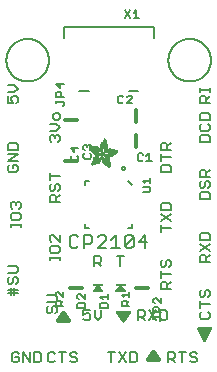
<source format=gbr>
G04 EAGLE Gerber RS-274X export*
G75*
%MOMM*%
%FSLAX34Y34*%
%LPD*%
%INSilkscreen Top*%
%IPPOS*%
%AMOC8*
5,1,8,0,0,1.08239X$1,22.5*%
G01*
%ADD10C,0.203200*%
%ADD11C,0.152400*%
%ADD12C,0.127000*%
%ADD13C,0.304800*%
%ADD14R,0.889000X0.190500*%
%ADD15R,0.034300X0.003800*%
%ADD16R,0.057200X0.003800*%
%ADD17R,0.076200X0.003800*%
%ADD18R,0.091400X0.003800*%
%ADD19R,0.102900X0.003800*%
%ADD20R,0.114300X0.003900*%
%ADD21R,0.129500X0.003800*%
%ADD22R,0.137200X0.003800*%
%ADD23R,0.144800X0.003800*%
%ADD24R,0.152400X0.003800*%
%ADD25R,0.160000X0.003800*%
%ADD26R,0.171500X0.003800*%
%ADD27R,0.175300X0.003800*%
%ADD28R,0.182900X0.003800*%
%ADD29R,0.190500X0.003800*%
%ADD30R,0.194300X0.003900*%
%ADD31R,0.201900X0.003800*%
%ADD32R,0.209500X0.003800*%
%ADD33R,0.213400X0.003800*%
%ADD34R,0.221000X0.003800*%
%ADD35R,0.224800X0.003800*%
%ADD36R,0.232400X0.003800*%
%ADD37R,0.240000X0.003800*%
%ADD38R,0.243800X0.003800*%
%ADD39R,0.247600X0.003800*%
%ADD40R,0.255300X0.003900*%
%ADD41R,0.259100X0.003800*%
%ADD42R,0.262900X0.003800*%
%ADD43R,0.270500X0.003800*%
%ADD44R,0.274300X0.003800*%
%ADD45R,0.281900X0.003800*%
%ADD46R,0.285700X0.003800*%
%ADD47R,0.289500X0.003800*%
%ADD48R,0.297200X0.003800*%
%ADD49R,0.301000X0.003800*%
%ADD50R,0.304800X0.003900*%
%ADD51R,0.312400X0.003800*%
%ADD52R,0.316200X0.003800*%
%ADD53R,0.320000X0.003800*%
%ADD54R,0.327600X0.003800*%
%ADD55R,0.331500X0.003800*%
%ADD56R,0.339100X0.003800*%
%ADD57R,0.342900X0.003800*%
%ADD58R,0.346700X0.003800*%
%ADD59R,0.354300X0.003800*%
%ADD60R,0.358100X0.003900*%
%ADD61R,0.361900X0.003800*%
%ADD62R,0.369600X0.003800*%
%ADD63R,0.373400X0.003800*%
%ADD64R,0.377200X0.003800*%
%ADD65R,0.384800X0.003800*%
%ADD66R,0.388600X0.003800*%
%ADD67R,0.396200X0.003800*%
%ADD68R,0.400000X0.003800*%
%ADD69R,0.403800X0.003800*%
%ADD70R,0.411500X0.003900*%
%ADD71R,0.415300X0.003800*%
%ADD72R,0.419100X0.003800*%
%ADD73R,0.045700X0.003800*%
%ADD74R,0.426700X0.003800*%
%ADD75R,0.072400X0.003800*%
%ADD76R,0.430500X0.003800*%
%ADD77R,0.095300X0.003800*%
%ADD78R,0.438100X0.003800*%
%ADD79R,0.110500X0.003800*%
%ADD80R,0.441900X0.003800*%
%ADD81R,0.445800X0.003800*%
%ADD82R,0.144700X0.003800*%
%ADD83R,0.453400X0.003800*%
%ADD84R,0.457200X0.003800*%
%ADD85R,0.175300X0.003900*%
%ADD86R,0.461000X0.003900*%
%ADD87R,0.468600X0.003800*%
%ADD88R,0.205800X0.003800*%
%ADD89R,0.472400X0.003800*%
%ADD90R,0.217200X0.003800*%
%ADD91R,0.476200X0.003800*%
%ADD92R,0.483900X0.003800*%
%ADD93R,0.247700X0.003800*%
%ADD94R,0.487700X0.003800*%
%ADD95R,0.495300X0.003800*%
%ADD96R,0.499100X0.003800*%
%ADD97R,0.502900X0.003800*%
%ADD98R,0.510500X0.003800*%
%ADD99R,0.308600X0.003900*%
%ADD100R,0.514300X0.003900*%
%ADD101R,0.323800X0.003800*%
%ADD102R,0.518100X0.003800*%
%ADD103R,0.335300X0.003800*%
%ADD104R,0.525800X0.003800*%
%ADD105R,0.529600X0.003800*%
%ADD106R,0.358100X0.003800*%
%ADD107R,0.533400X0.003800*%
%ADD108R,0.537200X0.003800*%
%ADD109R,0.381000X0.003800*%
%ADD110R,0.544800X0.003800*%
%ADD111R,0.392400X0.003800*%
%ADD112R,0.548600X0.003800*%
%ADD113R,0.552400X0.003800*%
%ADD114R,0.556200X0.003800*%
%ADD115R,0.422900X0.003900*%
%ADD116R,0.560100X0.003900*%
%ADD117R,0.434300X0.003800*%
%ADD118R,0.563900X0.003800*%
%ADD119R,0.567700X0.003800*%
%ADD120R,0.461000X0.003800*%
%ADD121R,0.571500X0.003800*%
%ADD122R,0.575300X0.003800*%
%ADD123R,0.480100X0.003800*%
%ADD124R,0.579100X0.003800*%
%ADD125R,0.491500X0.003800*%
%ADD126R,0.582900X0.003800*%
%ADD127R,0.586700X0.003800*%
%ADD128R,0.510600X0.003800*%
%ADD129R,0.590500X0.003800*%
%ADD130R,0.522000X0.003800*%
%ADD131R,0.594300X0.003800*%
%ADD132R,0.533400X0.003900*%
%ADD133R,0.598200X0.003900*%
%ADD134R,0.541000X0.003800*%
%ADD135R,0.602000X0.003800*%
%ADD136R,0.552500X0.003800*%
%ADD137R,0.605800X0.003800*%
%ADD138R,0.560100X0.003800*%
%ADD139R,0.609600X0.003800*%
%ADD140R,0.613400X0.003800*%
%ADD141R,0.583000X0.003800*%
%ADD142R,0.617200X0.003800*%
%ADD143R,0.594400X0.003800*%
%ADD144R,0.621000X0.003800*%
%ADD145R,0.598200X0.003800*%
%ADD146R,0.624800X0.003800*%
%ADD147R,0.613500X0.003900*%
%ADD148R,0.628600X0.003900*%
%ADD149R,0.632400X0.003800*%
%ADD150R,0.628600X0.003800*%
%ADD151R,0.636300X0.003800*%
%ADD152R,0.640100X0.003800*%
%ADD153R,0.636200X0.003800*%
%ADD154R,0.643900X0.003800*%
%ADD155R,0.647700X0.003800*%
%ADD156R,0.651500X0.003800*%
%ADD157R,0.659100X0.003800*%
%ADD158R,0.659100X0.003900*%
%ADD159R,0.655300X0.003900*%
%ADD160R,0.662900X0.003800*%
%ADD161R,0.655300X0.003800*%
%ADD162R,0.670500X0.003800*%
%ADD163R,0.670600X0.003800*%
%ADD164R,0.674400X0.003800*%
%ADD165R,0.682000X0.003800*%
%ADD166R,0.666700X0.003800*%
%ADD167R,0.685800X0.003800*%
%ADD168R,0.689600X0.003800*%
%ADD169R,0.693400X0.003900*%
%ADD170R,0.674400X0.003900*%
%ADD171R,0.697200X0.003800*%
%ADD172R,0.678200X0.003800*%
%ADD173R,0.697300X0.003800*%
%ADD174R,0.701100X0.003800*%
%ADD175R,0.704900X0.003800*%
%ADD176R,0.708700X0.003800*%
%ADD177R,0.712500X0.003800*%
%ADD178R,0.716300X0.003800*%
%ADD179R,0.720100X0.003900*%
%ADD180R,0.689600X0.003900*%
%ADD181R,0.720000X0.003800*%
%ADD182R,0.693400X0.003800*%
%ADD183R,0.723900X0.003800*%
%ADD184R,0.727700X0.003800*%
%ADD185R,0.731500X0.003800*%
%ADD186R,0.701000X0.003800*%
%ADD187R,0.735300X0.003800*%
%ADD188R,0.731500X0.003900*%
%ADD189R,0.701000X0.003900*%
%ADD190R,0.704800X0.003800*%
%ADD191R,0.739100X0.003800*%
%ADD192R,0.743000X0.003800*%
%ADD193R,0.739200X0.003800*%
%ADD194R,0.743000X0.003900*%
%ADD195R,0.704800X0.003900*%
%ADD196R,0.746800X0.003800*%
%ADD197R,0.746800X0.003900*%
%ADD198R,0.742900X0.003800*%
%ADD199R,0.746700X0.003800*%
%ADD200R,0.746700X0.003900*%
%ADD201R,1.428800X0.003800*%
%ADD202R,1.424900X0.003800*%
%ADD203R,1.421100X0.003900*%
%ADD204R,1.421100X0.003800*%
%ADD205R,1.417300X0.003800*%
%ADD206R,1.413500X0.003800*%
%ADD207R,1.409700X0.003800*%
%ADD208R,1.405900X0.003800*%
%ADD209R,1.402100X0.003800*%
%ADD210R,1.398300X0.003800*%
%ADD211R,0.983000X0.003900*%
%ADD212R,0.384800X0.003900*%
%ADD213R,0.971600X0.003800*%
%ADD214R,0.963900X0.003800*%
%ADD215R,0.956300X0.003800*%
%ADD216R,0.365800X0.003800*%
%ADD217R,0.952500X0.003800*%
%ADD218R,0.941000X0.003800*%
%ADD219R,0.358200X0.003800*%
%ADD220R,0.937200X0.003800*%
%ADD221R,0.933400X0.003800*%
%ADD222R,0.354400X0.003800*%
%ADD223R,0.925800X0.003800*%
%ADD224R,0.350500X0.003800*%
%ADD225R,0.922000X0.003800*%
%ADD226R,0.918200X0.003900*%
%ADD227R,0.346700X0.003900*%
%ADD228R,0.910600X0.003800*%
%ADD229R,0.906800X0.003800*%
%ADD230R,0.903000X0.003800*%
%ADD231R,0.339000X0.003800*%
%ADD232R,0.895300X0.003800*%
%ADD233R,0.335200X0.003800*%
%ADD234R,0.887700X0.003800*%
%ADD235R,0.883900X0.003800*%
%ADD236R,0.331400X0.003800*%
%ADD237R,0.880100X0.003800*%
%ADD238R,0.876300X0.003800*%
%ADD239R,0.468600X0.003900*%
%ADD240R,0.396200X0.003900*%
%ADD241R,0.323800X0.003900*%
%ADD242R,0.449600X0.003800*%
%ADD243R,0.323900X0.003800*%
%ADD244R,0.442000X0.003800*%
%ADD245R,0.434400X0.003800*%
%ADD246R,0.320100X0.003800*%
%ADD247R,0.316300X0.003800*%
%ADD248R,0.426800X0.003800*%
%ADD249R,0.327700X0.003800*%
%ADD250R,0.312500X0.003800*%
%ADD251R,0.422900X0.003800*%
%ADD252R,0.308600X0.003800*%
%ADD253R,0.293400X0.003800*%
%ADD254R,0.304800X0.003800*%
%ADD255R,0.419100X0.003900*%
%ADD256R,0.285700X0.003900*%
%ADD257R,0.301000X0.003900*%
%ADD258R,0.411500X0.003800*%
%ADD259R,0.407700X0.003800*%
%ADD260R,0.289600X0.003800*%
%ADD261R,0.285800X0.003800*%
%ADD262R,0.403900X0.003800*%
%ADD263R,0.228600X0.003800*%
%ADD264R,0.403900X0.003900*%
%ADD265R,0.221000X0.003900*%
%ADD266R,0.278100X0.003900*%
%ADD267R,0.400100X0.003800*%
%ADD268R,0.209600X0.003800*%
%ADD269R,0.266700X0.003800*%
%ADD270R,0.038100X0.003800*%
%ADD271R,0.194300X0.003800*%
%ADD272R,0.148600X0.003800*%
%ADD273R,0.259000X0.003800*%
%ADD274R,0.182800X0.003800*%
%ADD275R,0.186700X0.003800*%
%ADD276R,0.251400X0.003800*%
%ADD277R,0.179100X0.003800*%
%ADD278R,0.236200X0.003800*%
%ADD279R,0.243900X0.003900*%
%ADD280R,0.282000X0.003900*%
%ADD281R,0.167700X0.003800*%
%ADD282R,0.236300X0.003800*%
%ADD283R,0.396300X0.003800*%
%ADD284R,0.163900X0.003800*%
%ADD285R,0.392500X0.003800*%
%ADD286R,0.160100X0.003800*%
%ADD287R,0.586800X0.003800*%
%ADD288R,0.148500X0.003800*%
%ADD289R,0.140900X0.003800*%
%ADD290R,0.392400X0.003900*%
%ADD291R,0.140900X0.003900*%
%ADD292R,0.647700X0.003900*%
%ADD293R,0.133300X0.003800*%
%ADD294R,0.674300X0.003800*%
%ADD295R,0.388700X0.003800*%
%ADD296R,0.125700X0.003800*%
%ADD297R,0.121900X0.003800*%
%ADD298R,0.720100X0.003800*%
%ADD299R,0.118100X0.003800*%
%ADD300R,0.118100X0.003900*%
%ADD301R,0.739100X0.003900*%
%ADD302R,0.114300X0.003800*%
%ADD303R,0.754400X0.003800*%
%ADD304R,0.765800X0.003800*%
%ADD305R,0.773400X0.003800*%
%ADD306R,0.784800X0.003800*%
%ADD307R,0.118200X0.003800*%
%ADD308R,0.792500X0.003800*%
%ADD309R,0.803900X0.003800*%
%ADD310R,0.122000X0.003800*%
%ADD311R,0.815400X0.003800*%
%ADD312R,0.125800X0.003800*%
%ADD313R,0.826800X0.003800*%
%ADD314R,0.369500X0.003900*%
%ADD315R,0.133400X0.003900*%
%ADD316R,0.842000X0.003900*%
%ADD317R,0.365700X0.003800*%
%ADD318R,1.009700X0.003800*%
%ADD319R,1.013500X0.003800*%
%ADD320R,0.362000X0.003800*%
%ADD321R,1.024900X0.003800*%
%ADD322R,1.028700X0.003800*%
%ADD323R,1.036300X0.003800*%
%ADD324R,1.047800X0.003800*%
%ADD325R,1.055400X0.003800*%
%ADD326R,1.070600X0.003800*%
%ADD327R,0.030500X0.003800*%
%ADD328R,1.436400X0.003800*%
%ADD329R,1.562100X0.003900*%
%ADD330R,1.588700X0.003800*%
%ADD331R,1.607800X0.003800*%
%ADD332R,1.626900X0.003800*%
%ADD333R,1.642100X0.003800*%
%ADD334R,1.657400X0.003800*%
%ADD335R,1.676400X0.003800*%
%ADD336R,1.687800X0.003800*%
%ADD337R,1.703000X0.003800*%
%ADD338R,1.714500X0.003800*%
%ADD339R,1.726000X0.003900*%
%ADD340R,1.741200X0.003800*%
%ADD341R,0.914400X0.003800*%
%ADD342R,0.769600X0.003800*%
%ADD343R,0.884000X0.003800*%
%ADD344R,0.712400X0.003800*%
%ADD345R,0.880100X0.003900*%
%ADD346R,0.887800X0.003800*%
%ADD347R,0.891600X0.003800*%
%ADD348R,0.895400X0.003800*%
%ADD349R,0.251500X0.003800*%
%ADD350R,0.579200X0.003900*%
%ADD351R,0.243900X0.003800*%
%ADD352R,0.556300X0.003800*%
%ADD353R,0.255200X0.003800*%
%ADD354R,0.529500X0.003800*%
%ADD355R,0.731600X0.003800*%
%ADD356R,0.525800X0.003900*%
%ADD357R,0.281900X0.003900*%
%ADD358R,0.735400X0.003900*%
%ADD359R,0.300900X0.003800*%
%ADD360R,0.762000X0.003800*%
%ADD361R,0.518200X0.003800*%
%ADD362R,0.350600X0.003800*%
%ADD363R,0.796300X0.003800*%
%ADD364R,0.807800X0.003800*%
%ADD365R,0.506700X0.003800*%
%ADD366R,0.849600X0.003800*%
%ADD367R,0.506700X0.003900*%
%ADD368R,1.371600X0.003900*%
%ADD369R,1.207800X0.003800*%
%ADD370R,0.503000X0.003800*%
%ADD371R,0.141000X0.003800*%
%ADD372R,1.203900X0.003800*%
%ADD373R,1.204000X0.003800*%
%ADD374R,1.200200X0.003800*%
%ADD375R,0.499100X0.003900*%
%ADD376R,0.156200X0.003900*%
%ADD377R,1.196400X0.003900*%
%ADD378R,1.196400X0.003800*%
%ADD379R,0.163800X0.003800*%
%ADD380R,0.167600X0.003800*%
%ADD381R,1.192500X0.003800*%
%ADD382R,0.499200X0.003800*%
%ADD383R,1.188700X0.003800*%
%ADD384R,0.506800X0.003800*%
%ADD385R,1.184900X0.003800*%
%ADD386R,0.510600X0.003900*%
%ADD387R,0.209600X0.003900*%
%ADD388R,1.181100X0.003900*%
%ADD389R,0.514400X0.003800*%
%ADD390R,1.181100X0.003800*%
%ADD391R,1.177300X0.003800*%
%ADD392R,0.240100X0.003800*%
%ADD393R,1.173500X0.003800*%
%ADD394R,1.169700X0.003800*%
%ADD395R,1.165900X0.003800*%
%ADD396R,1.162100X0.003800*%
%ADD397R,0.929700X0.003900*%
%ADD398R,1.162100X0.003900*%
%ADD399R,0.929700X0.003800*%
%ADD400R,1.154500X0.003800*%
%ADD401R,0.933500X0.003800*%
%ADD402R,1.150600X0.003800*%
%ADD403R,0.937300X0.003800*%
%ADD404R,1.146800X0.003800*%
%ADD405R,0.941100X0.003800*%
%ADD406R,1.139200X0.003800*%
%ADD407R,0.944900X0.003800*%
%ADD408R,1.135400X0.003800*%
%ADD409R,0.948700X0.003800*%
%ADD410R,1.127800X0.003800*%
%ADD411R,1.124000X0.003800*%
%ADD412R,1.116400X0.003800*%
%ADD413R,0.956300X0.003900*%
%ADD414R,1.104900X0.003900*%
%ADD415R,0.960100X0.003800*%
%ADD416R,1.093500X0.003800*%
%ADD417R,1.085900X0.003800*%
%ADD418R,0.967800X0.003800*%
%ADD419R,1.074500X0.003800*%
%ADD420R,1.063000X0.003800*%
%ADD421R,0.975400X0.003800*%
%ADD422R,1.036400X0.003800*%
%ADD423R,0.979200X0.003800*%
%ADD424R,1.021000X0.003800*%
%ADD425R,0.983000X0.003800*%
%ADD426R,1.009600X0.003800*%
%ADD427R,0.986800X0.003800*%
%ADD428R,0.998200X0.003800*%
%ADD429R,0.990600X0.003900*%
%ADD430R,0.986700X0.003900*%
%ADD431R,0.994400X0.003800*%
%ADD432R,0.975300X0.003800*%
%ADD433R,0.948600X0.003800*%
%ADD434R,1.002000X0.003800*%
%ADD435R,0.213300X0.003800*%
%ADD436R,0.217100X0.003800*%
%ADD437R,1.017300X0.003800*%
%ADD438R,0.666800X0.003800*%
%ADD439R,0.220900X0.003800*%
%ADD440R,1.028700X0.003900*%
%ADD441R,0.224700X0.003900*%
%ADD442R,1.032500X0.003800*%
%ADD443R,1.040100X0.003800*%
%ADD444R,1.043900X0.003800*%
%ADD445R,0.548700X0.003800*%
%ADD446R,1.051500X0.003800*%
%ADD447R,1.055300X0.003800*%
%ADD448R,1.059100X0.003800*%
%ADD449R,1.062900X0.003800*%
%ADD450R,0.255300X0.003800*%
%ADD451R,1.066800X0.003900*%
%ADD452R,0.259100X0.003900*%
%ADD453R,0.457200X0.003900*%
%ADD454R,0.423000X0.003800*%
%ADD455R,1.082100X0.003800*%
%ADD456R,0.274400X0.003800*%
%ADD457R,0.278200X0.003800*%
%ADD458R,1.101100X0.003800*%
%ADD459R,0.278100X0.003800*%
%ADD460R,0.876300X0.003900*%
%ADD461R,0.236200X0.003900*%
%ADD462R,0.289600X0.003900*%
%ADD463R,0.247700X0.003900*%
%ADD464R,0.049500X0.003800*%
%ADD465R,0.640100X0.003900*%
%ADD466R,0.659200X0.003800*%
%ADD467R,0.663000X0.003800*%
%ADD468R,0.872500X0.003900*%
%ADD469R,0.666800X0.003900*%
%ADD470R,0.872500X0.003800*%
%ADD471R,0.868700X0.003800*%
%ADD472R,0.864900X0.003800*%
%ADD473R,0.861100X0.003800*%
%ADD474R,0.857300X0.003800*%
%ADD475R,0.853400X0.003800*%
%ADD476R,0.845800X0.003800*%
%ADD477R,0.682000X0.003900*%
%ADD478R,0.842000X0.003800*%
%ADD479R,0.834400X0.003800*%
%ADD480R,0.823000X0.003800*%
%ADD481R,0.815300X0.003800*%
%ADD482R,0.811500X0.003800*%
%ADD483R,0.788700X0.003800*%
%ADD484R,0.777300X0.003900*%
%ADD485R,0.750600X0.003800*%
%ADD486R,0.735400X0.003800*%
%ADD487R,0.727800X0.003800*%
%ADD488R,0.628700X0.003800*%
%ADD489R,0.575400X0.003800*%
%ADD490R,0.670600X0.003900*%
%ADD491R,0.655400X0.003800*%
%ADD492R,0.651500X0.003900*%
%ADD493R,0.624800X0.003900*%
%ADD494R,0.594400X0.003900*%
%ADD495R,0.563900X0.003900*%
%ADD496R,0.541100X0.003800*%
%ADD497R,0.537300X0.003800*%
%ADD498R,0.525700X0.003800*%
%ADD499R,0.525700X0.003900*%
%ADD500R,0.514300X0.003800*%
%ADD501R,0.480100X0.003900*%
%ADD502R,0.464800X0.003800*%
%ADD503R,0.442000X0.003900*%
%ADD504R,0.438200X0.003800*%
%ADD505R,0.430600X0.003800*%
%ADD506R,0.407600X0.003800*%
%ADD507R,0.403800X0.003900*%
%ADD508R,0.365700X0.003900*%
%ADD509R,0.327700X0.003900*%
%ADD510R,0.243800X0.003900*%
%ADD511R,0.205800X0.003900*%
%ADD512R,0.198100X0.003800*%
%ADD513R,0.163800X0.003900*%
%ADD514R,0.137100X0.003800*%
%ADD515R,0.091500X0.003900*%
%ADD516R,0.060900X0.003800*%

G36*
X170258Y20332D02*
X170258Y20332D01*
X170368Y20335D01*
X170416Y20348D01*
X170465Y20353D01*
X170568Y20391D01*
X170674Y20421D01*
X170717Y20446D01*
X170764Y20463D01*
X170854Y20525D01*
X170950Y20581D01*
X170985Y20615D01*
X171025Y20643D01*
X171098Y20726D01*
X171176Y20804D01*
X171202Y20846D01*
X171234Y20883D01*
X171315Y21022D01*
X176395Y31182D01*
X176427Y31272D01*
X176467Y31357D01*
X176479Y31421D01*
X176501Y31482D01*
X176509Y31577D01*
X176527Y31670D01*
X176523Y31734D01*
X176528Y31799D01*
X176513Y31893D01*
X176507Y31987D01*
X176487Y32049D01*
X176476Y32113D01*
X176438Y32200D01*
X176409Y32289D01*
X176374Y32344D01*
X176348Y32404D01*
X176289Y32478D01*
X176239Y32558D01*
X176191Y32603D01*
X176151Y32654D01*
X176076Y32711D01*
X176007Y32776D01*
X175950Y32807D01*
X175899Y32847D01*
X175811Y32884D01*
X175729Y32930D01*
X175666Y32946D01*
X175606Y32971D01*
X175512Y32985D01*
X175421Y33009D01*
X175310Y33016D01*
X175291Y33019D01*
X175282Y33018D01*
X175260Y33019D01*
X165100Y33019D01*
X165006Y33007D01*
X164912Y33005D01*
X164849Y32988D01*
X164784Y32979D01*
X164697Y32945D01*
X164606Y32919D01*
X164549Y32886D01*
X164489Y32862D01*
X164412Y32807D01*
X164330Y32759D01*
X164284Y32714D01*
X164231Y32676D01*
X164171Y32603D01*
X164104Y32536D01*
X164070Y32481D01*
X164029Y32431D01*
X163988Y32345D01*
X163940Y32264D01*
X163921Y32202D01*
X163893Y32143D01*
X163875Y32050D01*
X163848Y31959D01*
X163846Y31894D01*
X163833Y31831D01*
X163839Y31736D01*
X163835Y31642D01*
X163849Y31578D01*
X163853Y31513D01*
X163882Y31423D01*
X163902Y31331D01*
X163945Y31228D01*
X163951Y31211D01*
X163953Y31207D01*
X163954Y31205D01*
X163958Y31199D01*
X163965Y31182D01*
X169045Y21022D01*
X169072Y20981D01*
X169092Y20936D01*
X169160Y20850D01*
X169222Y20758D01*
X169258Y20725D01*
X169289Y20686D01*
X169376Y20619D01*
X169458Y20546D01*
X169502Y20523D01*
X169542Y20493D01*
X169643Y20450D01*
X169741Y20399D01*
X169789Y20388D01*
X169834Y20369D01*
X169943Y20352D01*
X170050Y20327D01*
X170100Y20329D01*
X170149Y20321D01*
X170258Y20332D01*
G37*
G36*
X55894Y36833D02*
X55894Y36833D01*
X55908Y36831D01*
X56051Y36852D01*
X56196Y36871D01*
X56209Y36876D01*
X56223Y36878D01*
X56356Y36934D01*
X56491Y36988D01*
X56503Y36996D01*
X56516Y37001D01*
X56631Y37089D01*
X56749Y37174D01*
X56758Y37185D01*
X56769Y37194D01*
X56859Y37308D01*
X56951Y37419D01*
X56957Y37432D01*
X56966Y37443D01*
X57025Y37577D01*
X57087Y37707D01*
X57090Y37721D01*
X57095Y37734D01*
X57120Y37878D01*
X57147Y38020D01*
X57146Y38034D01*
X57148Y38048D01*
X57136Y38192D01*
X57127Y38337D01*
X57123Y38350D01*
X57121Y38364D01*
X57074Y38502D01*
X57029Y38639D01*
X57021Y38651D01*
X57017Y38665D01*
X56936Y38804D01*
X51856Y46424D01*
X51823Y46463D01*
X51796Y46506D01*
X51787Y46516D01*
X51782Y46524D01*
X51718Y46584D01*
X51648Y46664D01*
X51606Y46693D01*
X51570Y46729D01*
X51553Y46739D01*
X51550Y46742D01*
X51518Y46759D01*
X51476Y46784D01*
X51387Y46846D01*
X51339Y46863D01*
X51295Y46889D01*
X51190Y46918D01*
X51088Y46956D01*
X51038Y46961D01*
X50988Y46975D01*
X50933Y46977D01*
X50827Y46983D01*
X50772Y46989D01*
X50722Y46981D01*
X50671Y46983D01*
X50565Y46958D01*
X50457Y46942D01*
X50411Y46922D01*
X50361Y46911D01*
X50264Y46861D01*
X50195Y46832D01*
X50186Y46828D01*
X50185Y46827D01*
X50164Y46819D01*
X50124Y46788D01*
X50078Y46764D01*
X49997Y46692D01*
X49981Y46680D01*
X49928Y46641D01*
X49924Y46636D01*
X49911Y46626D01*
X49880Y46586D01*
X49842Y46552D01*
X49744Y46424D01*
X44664Y38804D01*
X44658Y38791D01*
X44649Y38781D01*
X44587Y38650D01*
X44522Y38519D01*
X44519Y38506D01*
X44513Y38493D01*
X44486Y38350D01*
X44455Y38208D01*
X44456Y38194D01*
X44453Y38181D01*
X44462Y38036D01*
X44468Y37891D01*
X44472Y37877D01*
X44473Y37863D01*
X44518Y37725D01*
X44559Y37586D01*
X44567Y37574D01*
X44571Y37561D01*
X44649Y37438D01*
X44724Y37314D01*
X44734Y37304D01*
X44741Y37292D01*
X44847Y37193D01*
X44950Y37091D01*
X44963Y37084D01*
X44973Y37074D01*
X45100Y37004D01*
X45225Y36931D01*
X45239Y36927D01*
X45251Y36920D01*
X45391Y36884D01*
X45532Y36845D01*
X45546Y36844D01*
X45559Y36841D01*
X45720Y36831D01*
X55880Y36831D01*
X55894Y36833D01*
G37*
G36*
X132094Y3813D02*
X132094Y3813D01*
X132108Y3811D01*
X132251Y3832D01*
X132396Y3851D01*
X132409Y3856D01*
X132423Y3858D01*
X132556Y3914D01*
X132691Y3968D01*
X132703Y3976D01*
X132716Y3981D01*
X132831Y4069D01*
X132949Y4154D01*
X132958Y4165D01*
X132969Y4174D01*
X133059Y4288D01*
X133151Y4399D01*
X133157Y4412D01*
X133166Y4423D01*
X133225Y4557D01*
X133287Y4687D01*
X133290Y4701D01*
X133295Y4714D01*
X133320Y4858D01*
X133347Y5000D01*
X133346Y5014D01*
X133348Y5028D01*
X133336Y5172D01*
X133327Y5317D01*
X133323Y5330D01*
X133321Y5344D01*
X133274Y5482D01*
X133229Y5619D01*
X133221Y5631D01*
X133217Y5645D01*
X133136Y5784D01*
X128056Y13404D01*
X128023Y13443D01*
X127996Y13486D01*
X127987Y13496D01*
X127982Y13504D01*
X127918Y13564D01*
X127848Y13644D01*
X127806Y13673D01*
X127770Y13709D01*
X127753Y13719D01*
X127750Y13722D01*
X127718Y13739D01*
X127676Y13764D01*
X127587Y13826D01*
X127539Y13843D01*
X127495Y13869D01*
X127390Y13898D01*
X127288Y13936D01*
X127238Y13941D01*
X127188Y13955D01*
X127133Y13957D01*
X127027Y13963D01*
X126972Y13969D01*
X126922Y13961D01*
X126871Y13963D01*
X126765Y13938D01*
X126657Y13922D01*
X126611Y13902D01*
X126561Y13891D01*
X126464Y13841D01*
X126395Y13812D01*
X126386Y13808D01*
X126385Y13807D01*
X126364Y13799D01*
X126324Y13768D01*
X126278Y13744D01*
X126197Y13672D01*
X126181Y13660D01*
X126128Y13621D01*
X126124Y13616D01*
X126111Y13606D01*
X126080Y13566D01*
X126042Y13532D01*
X125944Y13404D01*
X120864Y5784D01*
X120858Y5771D01*
X120849Y5761D01*
X120787Y5630D01*
X120722Y5499D01*
X120719Y5486D01*
X120713Y5473D01*
X120686Y5330D01*
X120655Y5188D01*
X120656Y5174D01*
X120653Y5161D01*
X120662Y5016D01*
X120668Y4871D01*
X120672Y4857D01*
X120673Y4843D01*
X120718Y4705D01*
X120759Y4566D01*
X120767Y4554D01*
X120771Y4541D01*
X120849Y4418D01*
X120924Y4294D01*
X120934Y4284D01*
X120941Y4272D01*
X121047Y4173D01*
X121150Y4071D01*
X121163Y4064D01*
X121173Y4054D01*
X121300Y3984D01*
X121425Y3911D01*
X121439Y3907D01*
X121451Y3900D01*
X121591Y3864D01*
X121732Y3825D01*
X121746Y3824D01*
X121759Y3821D01*
X121920Y3811D01*
X132080Y3811D01*
X132094Y3813D01*
G37*
G36*
X101678Y36839D02*
X101678Y36839D01*
X101730Y36837D01*
X101835Y36862D01*
X101943Y36878D01*
X101990Y36898D01*
X102039Y36909D01*
X102136Y36959D01*
X102236Y37001D01*
X102276Y37032D01*
X102322Y37056D01*
X102403Y37128D01*
X102489Y37194D01*
X102520Y37234D01*
X102558Y37268D01*
X102656Y37396D01*
X107736Y45016D01*
X107741Y45026D01*
X107748Y45035D01*
X107749Y45037D01*
X107751Y45039D01*
X107813Y45170D01*
X107878Y45301D01*
X107881Y45314D01*
X107887Y45327D01*
X107914Y45470D01*
X107945Y45612D01*
X107944Y45626D01*
X107947Y45640D01*
X107938Y45784D01*
X107932Y45929D01*
X107928Y45943D01*
X107927Y45957D01*
X107882Y46095D01*
X107841Y46234D01*
X107833Y46246D01*
X107829Y46259D01*
X107751Y46382D01*
X107676Y46506D01*
X107666Y46516D01*
X107659Y46528D01*
X107553Y46627D01*
X107450Y46729D01*
X107437Y46736D01*
X107427Y46746D01*
X107300Y46816D01*
X107175Y46889D01*
X107161Y46893D01*
X107149Y46900D01*
X107009Y46936D01*
X106868Y46975D01*
X106854Y46976D01*
X106841Y46979D01*
X106680Y46989D01*
X96520Y46989D01*
X96506Y46987D01*
X96492Y46989D01*
X96349Y46968D01*
X96204Y46949D01*
X96191Y46944D01*
X96177Y46942D01*
X96044Y46886D01*
X95909Y46832D01*
X95897Y46824D01*
X95884Y46819D01*
X95769Y46731D01*
X95651Y46646D01*
X95642Y46635D01*
X95631Y46626D01*
X95541Y46512D01*
X95449Y46401D01*
X95443Y46388D01*
X95434Y46377D01*
X95375Y46244D01*
X95313Y46113D01*
X95310Y46099D01*
X95305Y46086D01*
X95281Y45943D01*
X95253Y45801D01*
X95254Y45786D01*
X95252Y45773D01*
X95264Y45628D01*
X95273Y45483D01*
X95277Y45470D01*
X95279Y45456D01*
X95327Y45318D01*
X95371Y45181D01*
X95379Y45169D01*
X95383Y45155D01*
X95464Y45016D01*
X100544Y37396D01*
X100577Y37357D01*
X100604Y37314D01*
X100681Y37238D01*
X100752Y37156D01*
X100794Y37127D01*
X100830Y37091D01*
X100924Y37036D01*
X101014Y36974D01*
X101061Y36957D01*
X101105Y36931D01*
X101210Y36902D01*
X101312Y36864D01*
X101362Y36859D01*
X101412Y36845D01*
X101520Y36842D01*
X101628Y36831D01*
X101678Y36839D01*
G37*
G36*
X83838Y62742D02*
X83838Y62742D01*
X83855Y62740D01*
X83959Y62761D01*
X84063Y62779D01*
X84078Y62787D01*
X84096Y62791D01*
X84187Y62844D01*
X84280Y62894D01*
X84292Y62906D01*
X84308Y62916D01*
X84377Y62995D01*
X84450Y63072D01*
X84457Y63088D01*
X84469Y63102D01*
X84509Y63199D01*
X84553Y63295D01*
X84555Y63313D01*
X84562Y63329D01*
X84569Y63435D01*
X84580Y63539D01*
X84576Y63557D01*
X84578Y63575D01*
X84550Y63677D01*
X84528Y63780D01*
X84519Y63795D01*
X84514Y63812D01*
X84429Y63957D01*
X80619Y69037D01*
X80616Y69040D01*
X80614Y69044D01*
X80527Y69125D01*
X80442Y69207D01*
X80438Y69209D01*
X80435Y69212D01*
X80326Y69262D01*
X80219Y69312D01*
X80215Y69312D01*
X80211Y69314D01*
X80093Y69327D01*
X79975Y69340D01*
X79971Y69340D01*
X79966Y69340D01*
X79850Y69314D01*
X79734Y69290D01*
X79730Y69287D01*
X79726Y69286D01*
X79624Y69225D01*
X79522Y69165D01*
X79519Y69161D01*
X79516Y69159D01*
X79401Y69037D01*
X75591Y63957D01*
X75583Y63941D01*
X75571Y63928D01*
X75526Y63832D01*
X75477Y63739D01*
X75474Y63721D01*
X75467Y63705D01*
X75455Y63600D01*
X75439Y63496D01*
X75442Y63478D01*
X75440Y63461D01*
X75462Y63358D01*
X75480Y63253D01*
X75488Y63238D01*
X75492Y63220D01*
X75546Y63130D01*
X75596Y63037D01*
X75609Y63024D01*
X75618Y63009D01*
X75698Y62940D01*
X75775Y62868D01*
X75792Y62861D01*
X75805Y62849D01*
X75903Y62810D01*
X75999Y62766D01*
X76017Y62764D01*
X76033Y62757D01*
X76200Y62739D01*
X83820Y62739D01*
X83838Y62742D01*
G37*
G36*
X102888Y62742D02*
X102888Y62742D01*
X102905Y62740D01*
X103009Y62761D01*
X103113Y62779D01*
X103128Y62787D01*
X103146Y62791D01*
X103237Y62844D01*
X103330Y62894D01*
X103342Y62906D01*
X103358Y62916D01*
X103427Y62995D01*
X103500Y63072D01*
X103507Y63088D01*
X103519Y63102D01*
X103559Y63199D01*
X103603Y63295D01*
X103605Y63313D01*
X103612Y63329D01*
X103619Y63435D01*
X103630Y63539D01*
X103626Y63557D01*
X103628Y63575D01*
X103600Y63677D01*
X103578Y63780D01*
X103569Y63795D01*
X103564Y63812D01*
X103479Y63957D01*
X99669Y69037D01*
X99666Y69040D01*
X99664Y69044D01*
X99577Y69125D01*
X99492Y69207D01*
X99488Y69209D01*
X99485Y69212D01*
X99376Y69262D01*
X99269Y69312D01*
X99265Y69312D01*
X99261Y69314D01*
X99143Y69327D01*
X99025Y69340D01*
X99021Y69340D01*
X99016Y69340D01*
X98900Y69314D01*
X98784Y69290D01*
X98780Y69287D01*
X98776Y69286D01*
X98674Y69225D01*
X98572Y69165D01*
X98569Y69161D01*
X98566Y69159D01*
X98451Y69037D01*
X94641Y63957D01*
X94633Y63941D01*
X94621Y63928D01*
X94576Y63832D01*
X94527Y63739D01*
X94524Y63721D01*
X94517Y63705D01*
X94505Y63600D01*
X94489Y63496D01*
X94492Y63478D01*
X94490Y63461D01*
X94512Y63358D01*
X94530Y63253D01*
X94538Y63238D01*
X94542Y63220D01*
X94596Y63130D01*
X94646Y63037D01*
X94659Y63024D01*
X94668Y63009D01*
X94748Y62940D01*
X94825Y62868D01*
X94842Y62861D01*
X94855Y62849D01*
X94953Y62810D01*
X95049Y62766D01*
X95067Y62764D01*
X95083Y62757D01*
X95250Y62739D01*
X102870Y62739D01*
X102888Y62742D01*
G37*
D10*
X63222Y108974D02*
X61443Y110753D01*
X57884Y110753D01*
X56104Y108974D01*
X56104Y101856D01*
X57884Y100076D01*
X61443Y100076D01*
X63222Y101856D01*
X67798Y100076D02*
X67798Y110753D01*
X73137Y110753D01*
X74916Y108974D01*
X74916Y105415D01*
X73137Y103635D01*
X67798Y103635D01*
X79492Y100076D02*
X86610Y100076D01*
X79492Y100076D02*
X86610Y107194D01*
X86610Y108974D01*
X84831Y110753D01*
X81271Y110753D01*
X79492Y108974D01*
X91186Y107194D02*
X94745Y110753D01*
X94745Y100076D01*
X91186Y100076D02*
X98304Y100076D01*
X102880Y101856D02*
X102880Y108974D01*
X104659Y110753D01*
X108218Y110753D01*
X109998Y108974D01*
X109998Y101856D01*
X108218Y100076D01*
X104659Y100076D01*
X102880Y101856D01*
X109998Y108974D01*
X119912Y110753D02*
X119912Y100076D01*
X114574Y105415D02*
X119912Y110753D01*
X121692Y105415D02*
X114574Y105415D01*
D11*
X12811Y10505D02*
X11371Y11945D01*
X8490Y11945D01*
X7049Y10505D01*
X7049Y4743D01*
X8490Y3302D01*
X11371Y3302D01*
X12811Y4743D01*
X12811Y7624D01*
X9930Y7624D01*
X16404Y11945D02*
X16404Y3302D01*
X22167Y3302D02*
X16404Y11945D01*
X22167Y11945D02*
X22167Y3302D01*
X25760Y3302D02*
X25760Y11945D01*
X25760Y3302D02*
X30081Y3302D01*
X31522Y4743D01*
X31522Y10505D01*
X30081Y11945D01*
X25760Y11945D01*
X41851Y11945D02*
X43291Y10505D01*
X41851Y11945D02*
X38970Y11945D01*
X37529Y10505D01*
X37529Y4743D01*
X38970Y3302D01*
X41851Y3302D01*
X43291Y4743D01*
X49766Y3302D02*
X49766Y11945D01*
X52647Y11945D02*
X46884Y11945D01*
X60561Y11945D02*
X62002Y10505D01*
X60561Y11945D02*
X57680Y11945D01*
X56240Y10505D01*
X56240Y9064D01*
X57680Y7624D01*
X60561Y7624D01*
X62002Y6183D01*
X62002Y4743D01*
X60561Y3302D01*
X57680Y3302D01*
X56240Y4743D01*
X67607Y47505D02*
X73369Y47505D01*
X67607Y47505D02*
X67607Y43184D01*
X70488Y44624D01*
X71929Y44624D01*
X73369Y43184D01*
X73369Y40303D01*
X71929Y38862D01*
X69047Y38862D01*
X67607Y40303D01*
X76962Y41743D02*
X76962Y47505D01*
X76962Y41743D02*
X79843Y38862D01*
X82724Y41743D01*
X82724Y47505D01*
X91210Y11945D02*
X91210Y3302D01*
X88329Y11945D02*
X94091Y11945D01*
X97684Y11945D02*
X103447Y3302D01*
X97684Y3302D02*
X103447Y11945D01*
X107040Y11945D02*
X107040Y3302D01*
X111361Y3302D01*
X112802Y4743D01*
X112802Y10505D01*
X111361Y11945D01*
X107040Y11945D01*
X113729Y38862D02*
X113729Y47505D01*
X118051Y47505D01*
X119491Y46065D01*
X119491Y43184D01*
X118051Y41743D01*
X113729Y41743D01*
X116610Y41743D02*
X119491Y38862D01*
X128847Y38862D02*
X123084Y47505D01*
X128847Y47505D02*
X123084Y38862D01*
X132440Y38862D02*
X132440Y47505D01*
X132440Y38862D02*
X136761Y38862D01*
X138202Y40303D01*
X138202Y46065D01*
X136761Y47505D01*
X132440Y47505D01*
X139129Y11945D02*
X139129Y3302D01*
X139129Y11945D02*
X143451Y11945D01*
X144891Y10505D01*
X144891Y7624D01*
X143451Y6183D01*
X139129Y6183D01*
X142010Y6183D02*
X144891Y3302D01*
X151366Y3302D02*
X151366Y11945D01*
X154247Y11945D02*
X148484Y11945D01*
X162161Y11945D02*
X163602Y10505D01*
X162161Y11945D02*
X159280Y11945D01*
X157840Y10505D01*
X157840Y9064D01*
X159280Y7624D01*
X162161Y7624D01*
X163602Y6183D01*
X163602Y4743D01*
X162161Y3302D01*
X159280Y3302D01*
X157840Y4743D01*
X3295Y222547D02*
X3295Y228309D01*
X3295Y222547D02*
X7616Y222547D01*
X6176Y225428D01*
X6176Y226869D01*
X7616Y228309D01*
X10497Y228309D01*
X11938Y226869D01*
X11938Y223987D01*
X10497Y222547D01*
X9057Y231902D02*
X3295Y231902D01*
X9057Y231902D02*
X11938Y234783D01*
X9057Y237664D01*
X3295Y237664D01*
X38855Y191370D02*
X40295Y189929D01*
X38855Y191370D02*
X38855Y194251D01*
X40295Y195691D01*
X41736Y195691D01*
X43176Y194251D01*
X43176Y192810D01*
X43176Y194251D02*
X44617Y195691D01*
X46057Y195691D01*
X47498Y194251D01*
X47498Y191370D01*
X46057Y189929D01*
X44617Y199284D02*
X38855Y199284D01*
X44617Y199284D02*
X47498Y202166D01*
X44617Y205047D01*
X38855Y205047D01*
X47498Y210080D02*
X47498Y212961D01*
X46057Y214402D01*
X43176Y214402D01*
X41736Y212961D01*
X41736Y210080D01*
X43176Y208640D01*
X46057Y208640D01*
X47498Y210080D01*
X4735Y170291D02*
X3295Y168851D01*
X3295Y165970D01*
X4735Y164529D01*
X10497Y164529D01*
X11938Y165970D01*
X11938Y168851D01*
X10497Y170291D01*
X7616Y170291D01*
X7616Y167410D01*
X3295Y173884D02*
X11938Y173884D01*
X11938Y179647D02*
X3295Y173884D01*
X3295Y179647D02*
X11938Y179647D01*
X11938Y183240D02*
X3295Y183240D01*
X11938Y183240D02*
X11938Y187561D01*
X10497Y189002D01*
X4735Y189002D01*
X3295Y187561D01*
X3295Y183240D01*
X38855Y139129D02*
X47498Y139129D01*
X38855Y139129D02*
X38855Y143451D01*
X40295Y144891D01*
X43176Y144891D01*
X44617Y143451D01*
X44617Y139129D01*
X44617Y142010D02*
X47498Y144891D01*
X38855Y152806D02*
X40295Y154247D01*
X38855Y152806D02*
X38855Y149925D01*
X40295Y148484D01*
X41736Y148484D01*
X43176Y149925D01*
X43176Y152806D01*
X44617Y154247D01*
X46057Y154247D01*
X47498Y152806D01*
X47498Y149925D01*
X46057Y148484D01*
X47498Y160721D02*
X38855Y160721D01*
X38855Y157840D02*
X38855Y163602D01*
X11938Y61830D02*
X3295Y61830D01*
X3295Y64711D02*
X11938Y64711D01*
X6176Y64711D02*
X6176Y60389D01*
X6176Y64711D02*
X6176Y66151D01*
X9057Y66151D02*
X9057Y60389D01*
X3295Y74066D02*
X4735Y75507D01*
X3295Y74066D02*
X3295Y71185D01*
X4735Y69744D01*
X6176Y69744D01*
X7616Y71185D01*
X7616Y74066D01*
X9057Y75507D01*
X10497Y75507D01*
X11938Y74066D01*
X11938Y71185D01*
X10497Y69744D01*
X10497Y79100D02*
X3295Y79100D01*
X10497Y79100D02*
X11938Y80540D01*
X11938Y83421D01*
X10497Y84862D01*
X3295Y84862D01*
X37755Y50509D02*
X36315Y49069D01*
X36315Y46187D01*
X37755Y44747D01*
X39196Y44747D01*
X40636Y46187D01*
X40636Y49069D01*
X42077Y50509D01*
X43517Y50509D01*
X44958Y49069D01*
X44958Y46187D01*
X43517Y44747D01*
X43517Y54102D02*
X36315Y54102D01*
X43517Y54102D02*
X44958Y55543D01*
X44958Y58424D01*
X43517Y59864D01*
X36315Y59864D01*
X165855Y141669D02*
X174498Y141669D01*
X174498Y145991D01*
X173057Y147431D01*
X167295Y147431D01*
X165855Y145991D01*
X165855Y141669D01*
X165855Y155346D02*
X167295Y156787D01*
X165855Y155346D02*
X165855Y152465D01*
X167295Y151024D01*
X168736Y151024D01*
X170176Y152465D01*
X170176Y155346D01*
X171617Y156787D01*
X173057Y156787D01*
X174498Y155346D01*
X174498Y152465D01*
X173057Y151024D01*
X174498Y160380D02*
X165855Y160380D01*
X165855Y164701D01*
X167295Y166142D01*
X170176Y166142D01*
X171617Y164701D01*
X171617Y160380D01*
X171617Y163261D02*
X174498Y166142D01*
X141478Y164529D02*
X132835Y164529D01*
X141478Y164529D02*
X141478Y168851D01*
X140037Y170291D01*
X134275Y170291D01*
X132835Y168851D01*
X132835Y164529D01*
X132835Y176766D02*
X141478Y176766D01*
X132835Y173884D02*
X132835Y179647D01*
X132835Y183240D02*
X141478Y183240D01*
X132835Y183240D02*
X132835Y187561D01*
X134275Y189002D01*
X137156Y189002D01*
X138597Y187561D01*
X138597Y183240D01*
X138597Y186121D02*
X141478Y189002D01*
X165855Y189929D02*
X174498Y189929D01*
X174498Y194251D01*
X173057Y195691D01*
X167295Y195691D01*
X165855Y194251D01*
X165855Y189929D01*
X165855Y203606D02*
X167295Y205047D01*
X165855Y203606D02*
X165855Y200725D01*
X167295Y199284D01*
X173057Y199284D01*
X174498Y200725D01*
X174498Y203606D01*
X173057Y205047D01*
X174498Y208640D02*
X165855Y208640D01*
X174498Y208640D02*
X174498Y212961D01*
X173057Y214402D01*
X167295Y214402D01*
X165855Y212961D01*
X165855Y208640D01*
X165855Y222836D02*
X174498Y222836D01*
X165855Y222836D02*
X165855Y227158D01*
X167295Y228598D01*
X170176Y228598D01*
X171617Y227158D01*
X171617Y222836D01*
X171617Y225717D02*
X174498Y228598D01*
X174498Y232191D02*
X174498Y235072D01*
X174498Y233632D02*
X165855Y233632D01*
X165855Y235072D02*
X165855Y232191D01*
X14478Y120710D02*
X14478Y117828D01*
X14478Y119269D02*
X5835Y119269D01*
X5835Y117828D02*
X5835Y120710D01*
X5835Y125506D02*
X5835Y128387D01*
X5835Y125506D02*
X7275Y124065D01*
X13037Y124065D01*
X14478Y125506D01*
X14478Y128387D01*
X13037Y129827D01*
X7275Y129827D01*
X5835Y128387D01*
X7275Y133420D02*
X5835Y134861D01*
X5835Y137742D01*
X7275Y139183D01*
X8716Y139183D01*
X10156Y137742D01*
X10156Y136302D01*
X10156Y137742D02*
X11597Y139183D01*
X13037Y139183D01*
X14478Y137742D01*
X14478Y134861D01*
X13037Y133420D01*
X47498Y92770D02*
X47498Y89888D01*
X47498Y91329D02*
X38855Y91329D01*
X38855Y89888D02*
X38855Y92770D01*
X38855Y97566D02*
X38855Y100447D01*
X38855Y97566D02*
X40295Y96125D01*
X46057Y96125D01*
X47498Y97566D01*
X47498Y100447D01*
X46057Y101887D01*
X40295Y101887D01*
X38855Y100447D01*
X47498Y105480D02*
X47498Y111243D01*
X41736Y111243D02*
X47498Y105480D01*
X41736Y111243D02*
X40295Y111243D01*
X38855Y109802D01*
X38855Y106921D01*
X40295Y105480D01*
X132835Y116610D02*
X141478Y116610D01*
X132835Y113729D02*
X132835Y119491D01*
X132835Y123084D02*
X141478Y128847D01*
X141478Y123084D02*
X132835Y128847D01*
X132835Y132440D02*
X141478Y132440D01*
X141478Y136761D01*
X140037Y138202D01*
X134275Y138202D01*
X132835Y136761D01*
X132835Y132440D01*
X165855Y88329D02*
X174498Y88329D01*
X165855Y88329D02*
X165855Y92651D01*
X167295Y94091D01*
X170176Y94091D01*
X171617Y92651D01*
X171617Y88329D01*
X171617Y91210D02*
X174498Y94091D01*
X174498Y103447D02*
X165855Y97684D01*
X165855Y103447D02*
X174498Y97684D01*
X174498Y107040D02*
X165855Y107040D01*
X174498Y107040D02*
X174498Y111361D01*
X173057Y112802D01*
X167295Y112802D01*
X165855Y111361D01*
X165855Y107040D01*
X141478Y65469D02*
X132835Y65469D01*
X132835Y69791D01*
X134275Y71231D01*
X137156Y71231D01*
X138597Y69791D01*
X138597Y65469D01*
X138597Y68350D02*
X141478Y71231D01*
X141478Y77706D02*
X132835Y77706D01*
X132835Y80587D02*
X132835Y74824D01*
X132835Y88501D02*
X134275Y89942D01*
X132835Y88501D02*
X132835Y85620D01*
X134275Y84180D01*
X135716Y84180D01*
X137156Y85620D01*
X137156Y88501D01*
X138597Y89942D01*
X140037Y89942D01*
X141478Y88501D01*
X141478Y85620D01*
X140037Y84180D01*
X167295Y45831D02*
X165855Y44391D01*
X165855Y41510D01*
X167295Y40069D01*
X173057Y40069D01*
X174498Y41510D01*
X174498Y44391D01*
X173057Y45831D01*
X174498Y52306D02*
X165855Y52306D01*
X165855Y55187D02*
X165855Y49424D01*
X165855Y63101D02*
X167295Y64542D01*
X165855Y63101D02*
X165855Y60220D01*
X167295Y58780D01*
X168736Y58780D01*
X170176Y60220D01*
X170176Y63101D01*
X171617Y64542D01*
X173057Y64542D01*
X174498Y63101D01*
X174498Y60220D01*
X173057Y58780D01*
D12*
X98851Y84455D02*
X98851Y93353D01*
X95885Y93353D02*
X101817Y93353D01*
X76835Y93353D02*
X76835Y84455D01*
X76835Y93353D02*
X81284Y93353D01*
X82767Y91870D01*
X82767Y88904D01*
X81284Y87421D01*
X76835Y87421D01*
X79801Y87421D02*
X82767Y84455D01*
D10*
X68900Y117160D02*
X68900Y120660D01*
X68900Y117160D02*
X72400Y117160D01*
X68900Y153660D02*
X68900Y157160D01*
X72400Y157160D01*
X105400Y117160D02*
X108900Y117160D01*
X108900Y120660D01*
X108900Y153660D02*
X105400Y157160D01*
X100330Y167640D02*
X100332Y167711D01*
X100338Y167782D01*
X100348Y167853D01*
X100362Y167923D01*
X100380Y167992D01*
X100401Y168059D01*
X100427Y168126D01*
X100456Y168191D01*
X100488Y168254D01*
X100525Y168316D01*
X100564Y168375D01*
X100607Y168432D01*
X100653Y168486D01*
X100702Y168538D01*
X100754Y168587D01*
X100808Y168633D01*
X100865Y168676D01*
X100924Y168715D01*
X100986Y168752D01*
X101049Y168784D01*
X101114Y168813D01*
X101181Y168839D01*
X101248Y168860D01*
X101317Y168878D01*
X101387Y168892D01*
X101458Y168902D01*
X101529Y168908D01*
X101600Y168910D01*
X101671Y168908D01*
X101742Y168902D01*
X101813Y168892D01*
X101883Y168878D01*
X101952Y168860D01*
X102019Y168839D01*
X102086Y168813D01*
X102151Y168784D01*
X102214Y168752D01*
X102276Y168715D01*
X102335Y168676D01*
X102392Y168633D01*
X102446Y168587D01*
X102498Y168538D01*
X102547Y168486D01*
X102593Y168432D01*
X102636Y168375D01*
X102675Y168316D01*
X102712Y168254D01*
X102744Y168191D01*
X102773Y168126D01*
X102799Y168059D01*
X102820Y167992D01*
X102838Y167923D01*
X102852Y167853D01*
X102862Y167782D01*
X102868Y167711D01*
X102870Y167640D01*
X102868Y167569D01*
X102862Y167498D01*
X102852Y167427D01*
X102838Y167357D01*
X102820Y167288D01*
X102799Y167221D01*
X102773Y167154D01*
X102744Y167089D01*
X102712Y167026D01*
X102675Y166964D01*
X102636Y166905D01*
X102593Y166848D01*
X102547Y166794D01*
X102498Y166742D01*
X102446Y166693D01*
X102392Y166647D01*
X102335Y166604D01*
X102276Y166565D01*
X102214Y166528D01*
X102151Y166496D01*
X102086Y166467D01*
X102019Y166441D01*
X101952Y166420D01*
X101883Y166402D01*
X101813Y166388D01*
X101742Y166378D01*
X101671Y166372D01*
X101600Y166370D01*
X101529Y166372D01*
X101458Y166378D01*
X101387Y166388D01*
X101317Y166402D01*
X101248Y166420D01*
X101181Y166441D01*
X101114Y166467D01*
X101049Y166496D01*
X100986Y166528D01*
X100924Y166565D01*
X100865Y166604D01*
X100808Y166647D01*
X100754Y166693D01*
X100702Y166742D01*
X100653Y166794D01*
X100607Y166848D01*
X100564Y166905D01*
X100525Y166964D01*
X100488Y167026D01*
X100456Y167089D01*
X100427Y167154D01*
X100401Y167221D01*
X100380Y167288D01*
X100362Y167357D01*
X100348Y167427D01*
X100338Y167498D01*
X100332Y167569D01*
X100330Y167640D01*
D11*
X117656Y147454D02*
X123164Y147454D01*
X124266Y148555D01*
X124266Y150759D01*
X123164Y151860D01*
X117656Y151860D01*
X119860Y154938D02*
X117656Y157141D01*
X124266Y157141D01*
X124266Y154938D02*
X124266Y159344D01*
D12*
X113900Y232840D02*
X105900Y232840D01*
X71900Y232840D02*
X63900Y232840D01*
X126900Y277840D02*
X126900Y286840D01*
X50900Y286840D01*
X50900Y277840D01*
D11*
X102474Y301604D02*
X106880Y294994D01*
X102474Y294994D02*
X106880Y301604D01*
X109958Y299400D02*
X112161Y301604D01*
X112161Y294994D01*
X109958Y294994D02*
X114364Y294994D01*
D13*
X111760Y195580D02*
X111760Y185420D01*
D11*
X116734Y180219D02*
X117835Y179117D01*
X116734Y180219D02*
X114530Y180219D01*
X113429Y179117D01*
X113429Y174711D01*
X114530Y173609D01*
X116734Y173609D01*
X117835Y174711D01*
X120913Y178015D02*
X123116Y180219D01*
X123116Y173609D01*
X120913Y173609D02*
X125319Y173609D01*
D13*
X111760Y207010D02*
X111760Y217170D01*
D11*
X101053Y227885D02*
X99952Y228987D01*
X97749Y228987D01*
X96647Y227885D01*
X96647Y223479D01*
X97749Y222377D01*
X99952Y222377D01*
X101053Y223479D01*
X104131Y222377D02*
X108538Y222377D01*
X108538Y226783D02*
X104131Y222377D01*
X108538Y226783D02*
X108538Y227885D01*
X107436Y228987D01*
X105233Y228987D01*
X104131Y227885D01*
D13*
X62230Y173990D02*
X52070Y173990D01*
D11*
X67431Y178964D02*
X68533Y180065D01*
X67431Y178964D02*
X67431Y176760D01*
X68533Y175659D01*
X72939Y175659D01*
X74041Y176760D01*
X74041Y178964D01*
X72939Y180065D01*
X68533Y183143D02*
X67431Y184244D01*
X67431Y186448D01*
X68533Y187549D01*
X69635Y187549D01*
X70736Y186448D01*
X70736Y185346D01*
X70736Y186448D02*
X71838Y187549D01*
X72939Y187549D01*
X74041Y186448D01*
X74041Y184244D01*
X72939Y183143D01*
D14*
X99060Y68398D03*
D11*
X88138Y49022D02*
X81528Y49022D01*
X88138Y49022D02*
X88138Y52327D01*
X87036Y53428D01*
X82630Y53428D01*
X81528Y52327D01*
X81528Y49022D01*
X83732Y56506D02*
X81528Y58709D01*
X88138Y58709D01*
X88138Y56506D02*
X88138Y60913D01*
D14*
X80010Y68398D03*
D11*
X69088Y49022D02*
X62478Y49022D01*
X69088Y49022D02*
X69088Y52327D01*
X67986Y53428D01*
X63580Y53428D01*
X62478Y52327D01*
X62478Y49022D01*
X69088Y56506D02*
X69088Y60913D01*
X64682Y60913D02*
X69088Y56506D01*
X64682Y60913D02*
X63580Y60913D01*
X62478Y59811D01*
X62478Y57608D01*
X63580Y56506D01*
D13*
X111760Y66040D02*
X121920Y66040D01*
D11*
X106553Y50927D02*
X99943Y50927D01*
X99943Y54232D01*
X101045Y55333D01*
X103248Y55333D01*
X104350Y54232D01*
X104350Y50927D01*
X104350Y53130D02*
X106553Y55333D01*
X102147Y58411D02*
X99943Y60614D01*
X106553Y60614D01*
X106553Y58411D02*
X106553Y62818D01*
D13*
X66040Y66040D02*
X55880Y66040D01*
D11*
X50673Y50927D02*
X44063Y50927D01*
X44063Y54232D01*
X45165Y55333D01*
X47368Y55333D01*
X48470Y54232D01*
X48470Y50927D01*
X48470Y53130D02*
X50673Y55333D01*
X50673Y58411D02*
X50673Y62818D01*
X46267Y62818D02*
X50673Y58411D01*
X46267Y62818D02*
X45165Y62818D01*
X44063Y61716D01*
X44063Y59513D01*
X45165Y58411D01*
D15*
X89459Y167640D03*
D16*
X89459Y167678D03*
D17*
X89440Y167716D03*
D18*
X89440Y167754D03*
D19*
X89459Y167792D03*
D20*
X89440Y167831D03*
D21*
X89440Y167869D03*
D22*
X89440Y167907D03*
D23*
X89440Y167945D03*
D24*
X89402Y167983D03*
D25*
X89402Y168021D03*
D26*
X89383Y168059D03*
D27*
X89364Y168097D03*
D28*
X89364Y168135D03*
D29*
X89326Y168173D03*
D30*
X89307Y168212D03*
D31*
X89307Y168250D03*
D32*
X89269Y168288D03*
D33*
X89249Y168326D03*
D34*
X89211Y168364D03*
D35*
X89192Y168402D03*
D36*
X89192Y168440D03*
D37*
X89154Y168478D03*
D38*
X89135Y168516D03*
D39*
X89116Y168554D03*
D40*
X89078Y168593D03*
D41*
X89059Y168631D03*
D42*
X89040Y168669D03*
D43*
X89002Y168707D03*
D44*
X88983Y168745D03*
D45*
X88945Y168783D03*
D46*
X88926Y168821D03*
D47*
X88907Y168859D03*
D48*
X88868Y168897D03*
D49*
X88849Y168935D03*
D50*
X88830Y168974D03*
D51*
X88792Y169012D03*
D52*
X88773Y169050D03*
D53*
X88754Y169088D03*
D54*
X88716Y169126D03*
D55*
X88697Y169164D03*
D56*
X88659Y169202D03*
D57*
X88640Y169240D03*
D58*
X88621Y169278D03*
D59*
X88583Y169316D03*
D60*
X88564Y169355D03*
D61*
X88545Y169393D03*
D62*
X88506Y169431D03*
D63*
X88487Y169469D03*
D64*
X88468Y169507D03*
D65*
X88430Y169545D03*
D66*
X88411Y169583D03*
D67*
X88373Y169621D03*
D68*
X88354Y169659D03*
D69*
X88335Y169697D03*
D70*
X88297Y169736D03*
D71*
X88278Y169774D03*
D72*
X88259Y169812D03*
D73*
X75496Y169850D03*
D74*
X88221Y169850D03*
D75*
X75514Y169888D03*
D76*
X88202Y169888D03*
D77*
X75553Y169926D03*
D78*
X88164Y169926D03*
D79*
X75591Y169964D03*
D80*
X88145Y169964D03*
D21*
X75610Y170002D03*
D81*
X88125Y170002D03*
D82*
X75648Y170040D03*
D83*
X88087Y170040D03*
D25*
X75686Y170078D03*
D84*
X88068Y170078D03*
D85*
X75724Y170117D03*
D86*
X88049Y170117D03*
D29*
X75762Y170155D03*
D87*
X88011Y170155D03*
D88*
X75800Y170193D03*
D89*
X87992Y170193D03*
D90*
X75857Y170231D03*
D91*
X87973Y170231D03*
D36*
X75895Y170269D03*
D92*
X87935Y170269D03*
D93*
X75934Y170307D03*
D94*
X87916Y170307D03*
D41*
X75991Y170345D03*
D95*
X87878Y170345D03*
D44*
X76029Y170383D03*
D96*
X87859Y170383D03*
D46*
X76086Y170421D03*
D97*
X87840Y170421D03*
D48*
X76143Y170459D03*
D98*
X87802Y170459D03*
D99*
X76200Y170498D03*
D100*
X87783Y170498D03*
D101*
X76238Y170536D03*
D102*
X87764Y170536D03*
D103*
X76296Y170574D03*
D104*
X87725Y170574D03*
D58*
X76353Y170612D03*
D105*
X87706Y170612D03*
D106*
X76410Y170650D03*
D107*
X87687Y170650D03*
D62*
X76467Y170688D03*
D108*
X87668Y170688D03*
D109*
X76524Y170726D03*
D110*
X87630Y170726D03*
D111*
X76581Y170764D03*
D112*
X87611Y170764D03*
D69*
X76638Y170802D03*
D113*
X87592Y170802D03*
D71*
X76696Y170840D03*
D114*
X87573Y170840D03*
D115*
X76772Y170879D03*
D116*
X87554Y170879D03*
D117*
X76829Y170917D03*
D118*
X87535Y170917D03*
D81*
X76886Y170955D03*
D119*
X87516Y170955D03*
D120*
X76962Y170993D03*
D121*
X87497Y170993D03*
D89*
X77019Y171031D03*
D122*
X87478Y171031D03*
D123*
X77096Y171069D03*
D124*
X87459Y171069D03*
D125*
X77153Y171107D03*
D126*
X87440Y171107D03*
D97*
X77210Y171145D03*
D127*
X87421Y171145D03*
D128*
X77286Y171183D03*
D129*
X87402Y171183D03*
D130*
X77343Y171221D03*
D131*
X87383Y171221D03*
D132*
X77400Y171260D03*
D133*
X87363Y171260D03*
D134*
X77476Y171298D03*
D135*
X87344Y171298D03*
D136*
X77534Y171336D03*
D137*
X87325Y171336D03*
D138*
X77572Y171374D03*
D137*
X87325Y171374D03*
D121*
X77629Y171412D03*
D139*
X87306Y171412D03*
D122*
X77686Y171450D03*
D140*
X87287Y171450D03*
D141*
X77724Y171488D03*
D142*
X87268Y171488D03*
D143*
X77781Y171526D03*
D144*
X87249Y171526D03*
D145*
X77838Y171564D03*
D144*
X87249Y171564D03*
D137*
X77876Y171602D03*
D146*
X87230Y171602D03*
D147*
X77915Y171641D03*
D148*
X87211Y171641D03*
D140*
X77953Y171679D03*
D149*
X87192Y171679D03*
D144*
X77991Y171717D03*
D149*
X87192Y171717D03*
D150*
X78029Y171755D03*
D151*
X87173Y171755D03*
D149*
X78086Y171793D03*
D152*
X87154Y171793D03*
D153*
X78105Y171831D03*
D154*
X87135Y171831D03*
X78144Y171869D03*
X87135Y171869D03*
D155*
X78201Y171907D03*
X87116Y171907D03*
D156*
X78220Y171945D03*
X87097Y171945D03*
D157*
X78258Y171983D03*
D156*
X87097Y171983D03*
D158*
X78296Y172022D03*
D159*
X87078Y172022D03*
D160*
X78315Y172060D03*
D161*
X87078Y172060D03*
D162*
X78353Y172098D03*
D157*
X87059Y172098D03*
D163*
X78391Y172136D03*
D160*
X87040Y172136D03*
D164*
X78410Y172174D03*
D160*
X87040Y172174D03*
D165*
X78448Y172212D03*
D166*
X87021Y172212D03*
D165*
X78486Y172250D03*
D166*
X87021Y172250D03*
D167*
X78505Y172288D03*
D162*
X87002Y172288D03*
D168*
X78524Y172326D03*
D162*
X87002Y172326D03*
D168*
X78562Y172364D03*
D164*
X86982Y172364D03*
D169*
X78581Y172403D03*
D170*
X86982Y172403D03*
D171*
X78600Y172441D03*
D172*
X86963Y172441D03*
D173*
X78639Y172479D03*
D172*
X86963Y172479D03*
D174*
X78658Y172517D03*
D172*
X86963Y172517D03*
D175*
X78677Y172555D03*
D165*
X86944Y172555D03*
D175*
X78715Y172593D03*
D165*
X86944Y172593D03*
D176*
X78734Y172631D03*
D167*
X86925Y172631D03*
D177*
X78753Y172669D03*
D167*
X86925Y172669D03*
D177*
X78791Y172707D03*
D167*
X86925Y172707D03*
D178*
X78810Y172745D03*
D168*
X86906Y172745D03*
D179*
X78829Y172784D03*
D180*
X86906Y172784D03*
D181*
X78867Y172822D03*
D182*
X86887Y172822D03*
D183*
X78887Y172860D03*
D182*
X86887Y172860D03*
D183*
X78887Y172898D03*
D182*
X86887Y172898D03*
D183*
X78925Y172936D03*
D182*
X86887Y172936D03*
D184*
X78944Y172974D03*
D171*
X86868Y172974D03*
D185*
X78963Y173012D03*
D171*
X86868Y173012D03*
D184*
X78982Y173050D03*
D171*
X86868Y173050D03*
D185*
X79001Y173088D03*
D186*
X86849Y173088D03*
D187*
X79020Y173126D03*
D186*
X86849Y173126D03*
D188*
X79039Y173165D03*
D189*
X86849Y173165D03*
D187*
X79058Y173203D03*
D186*
X86849Y173203D03*
D187*
X79058Y173241D03*
D190*
X86830Y173241D03*
D187*
X79096Y173279D03*
D186*
X86811Y173279D03*
D191*
X79115Y173317D03*
D186*
X86811Y173317D03*
D191*
X79115Y173355D03*
D186*
X86811Y173355D03*
D191*
X79153Y173393D03*
D186*
X86811Y173393D03*
D191*
X79153Y173431D03*
D186*
X86811Y173431D03*
D192*
X79172Y173469D03*
D190*
X86792Y173469D03*
D193*
X79191Y173507D03*
D190*
X86792Y173507D03*
D194*
X79210Y173546D03*
D195*
X86792Y173546D03*
D192*
X79210Y173584D03*
D190*
X86792Y173584D03*
D192*
X79248Y173622D03*
D190*
X86792Y173622D03*
D192*
X79248Y173660D03*
D190*
X86792Y173660D03*
D192*
X79248Y173698D03*
D190*
X86792Y173698D03*
D192*
X79286Y173736D03*
D186*
X86773Y173736D03*
D192*
X79286Y173774D03*
D186*
X86773Y173774D03*
D196*
X79305Y173812D03*
D186*
X86773Y173812D03*
D192*
X79324Y173850D03*
D186*
X86773Y173850D03*
D192*
X79324Y173888D03*
D186*
X86773Y173888D03*
D197*
X79343Y173927D03*
D189*
X86773Y173927D03*
D198*
X79363Y173965D03*
D186*
X86773Y173965D03*
D198*
X79363Y174003D03*
D171*
X86754Y174003D03*
D199*
X79382Y174041D03*
D171*
X86754Y174041D03*
D198*
X79401Y174079D03*
D171*
X86754Y174079D03*
D198*
X79401Y174117D03*
D171*
X86754Y174117D03*
D198*
X79401Y174155D03*
D171*
X86754Y174155D03*
D199*
X79420Y174193D03*
D182*
X86735Y174193D03*
D198*
X79439Y174231D03*
D182*
X86735Y174231D03*
D198*
X79439Y174269D03*
D182*
X86735Y174269D03*
D200*
X79458Y174308D03*
D169*
X86735Y174308D03*
D198*
X79477Y174346D03*
D168*
X86716Y174346D03*
D198*
X79477Y174384D03*
D168*
X86716Y174384D03*
D199*
X79496Y174422D03*
D168*
X86716Y174422D03*
D198*
X79515Y174460D03*
D168*
X86716Y174460D03*
D198*
X79515Y174498D03*
D167*
X86697Y174498D03*
D198*
X79515Y174536D03*
D167*
X86697Y174536D03*
D201*
X82982Y174574D03*
X82982Y174612D03*
D202*
X82963Y174650D03*
D203*
X82982Y174689D03*
D204*
X82982Y174727D03*
D205*
X82963Y174765D03*
D206*
X82982Y174803D03*
X82982Y174841D03*
D207*
X82963Y174879D03*
D208*
X82982Y174917D03*
X82982Y174955D03*
D209*
X82963Y174993D03*
D210*
X82982Y175031D03*
D211*
X80905Y175070D03*
D212*
X88011Y175070D03*
D213*
X80848Y175108D03*
D64*
X88049Y175108D03*
D214*
X80849Y175146D03*
D63*
X88068Y175146D03*
D215*
X80811Y175184D03*
D216*
X88068Y175184D03*
D217*
X80792Y175222D03*
D216*
X88068Y175222D03*
D218*
X80772Y175260D03*
D219*
X88068Y175260D03*
D220*
X80753Y175298D03*
D219*
X88068Y175298D03*
D221*
X80734Y175336D03*
D222*
X88049Y175336D03*
D223*
X80734Y175374D03*
D224*
X88069Y175374D03*
D225*
X80715Y175412D03*
D58*
X88050Y175412D03*
D226*
X80696Y175451D03*
D227*
X88050Y175451D03*
D228*
X80696Y175489D03*
D57*
X88031Y175489D03*
D229*
X80677Y175527D03*
D57*
X88031Y175527D03*
D230*
X80658Y175565D03*
D231*
X88011Y175565D03*
D232*
X80658Y175603D03*
D231*
X88011Y175603D03*
D232*
X80658Y175641D03*
D233*
X87992Y175641D03*
D234*
X80658Y175679D03*
D233*
X87992Y175679D03*
D235*
X80639Y175717D03*
D236*
X87973Y175717D03*
D237*
X80620Y175755D03*
D54*
X87954Y175755D03*
D238*
X80639Y175793D03*
D54*
X87954Y175793D03*
D239*
X78600Y175832D03*
D240*
X83001Y175832D03*
D241*
X87935Y175832D03*
D242*
X78543Y175870D03*
D62*
X83096Y175870D03*
D243*
X87897Y175870D03*
D244*
X78505Y175908D03*
D106*
X83154Y175908D03*
D243*
X87897Y175908D03*
D245*
X78505Y175946D03*
D58*
X83173Y175946D03*
D246*
X87878Y175946D03*
D245*
X78505Y175984D03*
D103*
X83192Y175984D03*
D247*
X87859Y175984D03*
D248*
X78505Y176022D03*
D249*
X83230Y176022D03*
D250*
X87840Y176022D03*
D248*
X78505Y176060D03*
D247*
X83249Y176060D03*
D250*
X87840Y176060D03*
D251*
X78525Y176098D03*
D252*
X83287Y176098D03*
D250*
X87802Y176098D03*
D251*
X78525Y176136D03*
D49*
X83287Y176136D03*
D252*
X87782Y176136D03*
D72*
X78544Y176174D03*
D253*
X83325Y176174D03*
D254*
X87763Y176174D03*
D255*
X78544Y176213D03*
D256*
X83325Y176213D03*
D257*
X87744Y176213D03*
D71*
X78563Y176251D03*
D44*
X83344Y176251D03*
D49*
X87706Y176251D03*
D71*
X78563Y176289D03*
D43*
X83363Y176289D03*
D48*
X87687Y176289D03*
D258*
X78582Y176327D03*
D42*
X83363Y176327D03*
D253*
X87668Y176327D03*
D258*
X78582Y176365D03*
D41*
X83382Y176365D03*
D253*
X87630Y176365D03*
D259*
X78601Y176403D03*
D39*
X83401Y176403D03*
D260*
X87611Y176403D03*
D259*
X78639Y176441D03*
D38*
X83420Y176441D03*
D261*
X87592Y176441D03*
D259*
X78639Y176479D03*
D37*
X83439Y176479D03*
D261*
X87554Y176479D03*
D262*
X78658Y176517D03*
D36*
X83439Y176517D03*
D45*
X87535Y176517D03*
D259*
X78677Y176555D03*
D263*
X83458Y176555D03*
D45*
X87497Y176555D03*
D264*
X78696Y176594D03*
D265*
X83458Y176594D03*
D266*
X87478Y176594D03*
D267*
X78715Y176632D03*
D90*
X83477Y176632D03*
D43*
X87440Y176632D03*
D262*
X78734Y176670D03*
D268*
X83477Y176670D03*
D43*
X87402Y176670D03*
D267*
X78753Y176708D03*
D88*
X83496Y176708D03*
D269*
X87383Y176708D03*
D270*
X89859Y176708D03*
D68*
X78791Y176746D03*
D31*
X83516Y176746D03*
D42*
X87326Y176746D03*
D79*
X89878Y176746D03*
D68*
X78791Y176784D03*
D271*
X83516Y176784D03*
D41*
X87307Y176784D03*
D272*
X89878Y176784D03*
D68*
X78829Y176822D03*
D29*
X83535Y176822D03*
D273*
X87268Y176822D03*
D274*
X89897Y176822D03*
D67*
X78848Y176860D03*
D275*
X83554Y176860D03*
D276*
X87230Y176860D03*
D33*
X89897Y176860D03*
D67*
X78886Y176898D03*
D277*
X83554Y176898D03*
D276*
X87192Y176898D03*
D278*
X89897Y176898D03*
D68*
X78905Y176936D03*
D277*
X83554Y176936D03*
D38*
X87154Y176936D03*
D273*
X89897Y176936D03*
D240*
X78924Y176975D03*
D85*
X83573Y176975D03*
D279*
X87116Y176975D03*
D280*
X89897Y176975D03*
D67*
X78962Y177013D03*
D281*
X83573Y177013D03*
D282*
X87078Y177013D03*
D49*
X89916Y177013D03*
D283*
X79001Y177051D03*
D284*
X83592Y177051D03*
D282*
X87040Y177051D03*
D53*
X89897Y177051D03*
D285*
X79020Y177089D03*
D286*
X83611Y177089D03*
D263*
X87001Y177089D03*
D57*
X89897Y177089D03*
D283*
X79039Y177127D03*
D286*
X83611Y177127D03*
D287*
X88754Y177127D03*
D283*
X79077Y177165D03*
D24*
X83610Y177165D03*
D145*
X88773Y177165D03*
D285*
X79096Y177203D03*
D288*
X83630Y177203D03*
D137*
X88811Y177203D03*
D111*
X79134Y177241D03*
D288*
X83630Y177241D03*
D144*
X88849Y177241D03*
D111*
X79172Y177279D03*
D82*
X83649Y177279D03*
D146*
X88868Y177279D03*
D111*
X79210Y177317D03*
D289*
X83668Y177317D03*
D151*
X88888Y177317D03*
D290*
X79248Y177356D03*
D291*
X83668Y177356D03*
D292*
X88907Y177356D03*
D66*
X79267Y177394D03*
D293*
X83668Y177394D03*
D161*
X88945Y177394D03*
D66*
X79305Y177432D03*
D293*
X83668Y177432D03*
D166*
X88964Y177432D03*
D66*
X79343Y177470D03*
D21*
X83687Y177470D03*
D294*
X88964Y177470D03*
D66*
X79381Y177508D03*
D21*
X83687Y177508D03*
D167*
X88983Y177508D03*
D295*
X79420Y177546D03*
D296*
X83706Y177546D03*
D182*
X89021Y177546D03*
D295*
X79458Y177584D03*
D296*
X83706Y177584D03*
D174*
X89021Y177584D03*
D66*
X79496Y177622D03*
D297*
X83725Y177622D03*
D177*
X89040Y177622D03*
D65*
X79553Y177660D03*
D297*
X83725Y177660D03*
D298*
X89040Y177660D03*
D65*
X79591Y177698D03*
D299*
X83744Y177698D03*
D184*
X89040Y177698D03*
D212*
X79629Y177737D03*
D300*
X83744Y177737D03*
D301*
X89059Y177737D03*
D65*
X79667Y177775D03*
D302*
X83763Y177775D03*
D196*
X89059Y177775D03*
D109*
X79724Y177813D03*
D299*
X83782Y177813D03*
D303*
X89059Y177813D03*
D109*
X79762Y177851D03*
D299*
X83782Y177851D03*
D304*
X89078Y177851D03*
D109*
X79839Y177889D03*
D299*
X83782Y177889D03*
D305*
X89078Y177889D03*
D109*
X79877Y177927D03*
D302*
X83801Y177927D03*
D306*
X89097Y177927D03*
D64*
X79934Y177965D03*
D307*
X83820Y177965D03*
D308*
X89097Y177965D03*
D63*
X79991Y178003D03*
D307*
X83820Y178003D03*
D309*
X89078Y178003D03*
D63*
X80067Y178041D03*
D310*
X83839Y178041D03*
D311*
X89097Y178041D03*
D63*
X80105Y178079D03*
D312*
X83858Y178079D03*
D313*
X89078Y178079D03*
D314*
X80201Y178118D03*
D315*
X83896Y178118D03*
D316*
X89078Y178118D03*
D317*
X80258Y178156D03*
D318*
X88278Y178156D03*
D216*
X80334Y178194D03*
D319*
X88297Y178194D03*
D320*
X80429Y178232D03*
D321*
X88316Y178232D03*
D106*
X80525Y178270D03*
D322*
X88335Y178270D03*
D59*
X80620Y178308D03*
D323*
X88335Y178308D03*
D224*
X80715Y178346D03*
D324*
X88354Y178346D03*
D58*
X80849Y178384D03*
D325*
X88354Y178384D03*
D58*
X80963Y178422D03*
D326*
X88354Y178422D03*
D327*
X78734Y178460D03*
D328*
X86563Y178460D03*
D329*
X85973Y178499D03*
D330*
X85916Y178537D03*
D331*
X85858Y178575D03*
D332*
X85840Y178613D03*
D333*
X85802Y178651D03*
D334*
X85763Y178689D03*
D335*
X85744Y178727D03*
D336*
X85725Y178765D03*
D337*
X85725Y178803D03*
D338*
X85706Y178841D03*
D339*
X85687Y178880D03*
D340*
X85687Y178918D03*
D341*
X81477Y178956D03*
D342*
X90583Y178956D03*
D232*
X81306Y178994D03*
D192*
X90754Y178994D03*
D235*
X81211Y179032D03*
D185*
X90888Y179032D03*
D343*
X81134Y179070D03*
D298*
X90983Y179070D03*
D235*
X81058Y179108D03*
D344*
X91097Y179108D03*
D237*
X81001Y179146D03*
D175*
X91174Y179146D03*
D237*
X80925Y179184D03*
D173*
X91250Y179184D03*
D237*
X80887Y179222D03*
D171*
X91326Y179222D03*
D345*
X80849Y179261D03*
D169*
X91383Y179261D03*
D346*
X80810Y179299D03*
D168*
X91478Y179299D03*
D346*
X80772Y179337D03*
D168*
X91516Y179337D03*
D347*
X80753Y179375D03*
D167*
X91573Y179375D03*
D348*
X80734Y179413D03*
D167*
X91650Y179413D03*
D230*
X80696Y179451D03*
D167*
X91688Y179451D03*
D229*
X80677Y179489D03*
D165*
X91745Y179489D03*
D228*
X80658Y179527D03*
D167*
X91802Y179527D03*
D139*
X79115Y179565D03*
D42*
X83897Y179565D03*
D167*
X91840Y179565D03*
D129*
X78982Y179603D03*
D349*
X83992Y179603D03*
D168*
X91897Y179603D03*
D350*
X78886Y179642D03*
D279*
X84030Y179642D03*
D180*
X91935Y179642D03*
D119*
X78791Y179680D03*
D351*
X84068Y179680D03*
D182*
X91954Y179680D03*
D118*
X78734Y179718D03*
D38*
X84106Y179718D03*
D173*
X92012Y179718D03*
D138*
X78639Y179756D03*
D39*
X84125Y179756D03*
D173*
X92050Y179756D03*
D352*
X78582Y179794D03*
D39*
X84163Y179794D03*
D175*
X92088Y179794D03*
D112*
X78505Y179832D03*
D276*
X84182Y179832D03*
D176*
X92107Y179832D03*
D134*
X78467Y179870D03*
D353*
X84201Y179870D03*
D177*
X92126Y179870D03*
D108*
X78410Y179908D03*
D42*
X84240Y179908D03*
D298*
X92164Y179908D03*
D107*
X78353Y179946D03*
D269*
X84259Y179946D03*
D183*
X92183Y179946D03*
D354*
X78296Y179984D03*
D44*
X84297Y179984D03*
D355*
X92221Y179984D03*
D356*
X78238Y180023D03*
D357*
X84335Y180023D03*
D358*
X92240Y180023D03*
D104*
X78200Y180061D03*
D47*
X84373Y180061D03*
D192*
X92240Y180061D03*
D130*
X78143Y180099D03*
D359*
X84392Y180099D03*
D303*
X92259Y180099D03*
D130*
X78105Y180137D03*
D252*
X84430Y180137D03*
D360*
X92259Y180137D03*
D361*
X78048Y180175D03*
D243*
X84468Y180175D03*
D342*
X92259Y180175D03*
D361*
X78010Y180213D03*
D103*
X84525Y180213D03*
D306*
X92259Y180213D03*
D98*
X77972Y180251D03*
D362*
X84563Y180251D03*
D363*
X92241Y180251D03*
D98*
X77934Y180289D03*
D62*
X84620Y180289D03*
D364*
X92221Y180289D03*
D365*
X77877Y180327D03*
D66*
X84715Y180327D03*
D313*
X92202Y180327D03*
D365*
X77839Y180365D03*
D71*
X84811Y180365D03*
D366*
X92126Y180365D03*
D367*
X77801Y180404D03*
D368*
X89554Y180404D03*
D97*
X77782Y180442D03*
D23*
X83382Y180442D03*
D369*
X90411Y180442D03*
D370*
X77743Y180480D03*
D371*
X83325Y180480D03*
D372*
X90469Y180480D03*
D370*
X77705Y180518D03*
D289*
X83287Y180518D03*
D372*
X90507Y180518D03*
D96*
X77686Y180556D03*
D289*
X83249Y180556D03*
D372*
X90545Y180556D03*
D96*
X77648Y180594D03*
D82*
X83230Y180594D03*
D373*
X90583Y180594D03*
D96*
X77610Y180632D03*
D23*
X83191Y180632D03*
D374*
X90602Y180632D03*
D96*
X77572Y180670D03*
D23*
X83153Y180670D03*
D374*
X90640Y180670D03*
D95*
X77553Y180708D03*
D272*
X83134Y180708D03*
D374*
X90678Y180708D03*
D95*
X77515Y180746D03*
D24*
X83077Y180746D03*
D374*
X90678Y180746D03*
D375*
X77496Y180785D03*
D376*
X83058Y180785D03*
D377*
X90697Y180785D03*
D96*
X77458Y180823D03*
D25*
X83039Y180823D03*
D378*
X90735Y180823D03*
D95*
X77439Y180861D03*
D379*
X82982Y180861D03*
D378*
X90735Y180861D03*
D96*
X77420Y180899D03*
D380*
X82963Y180899D03*
D381*
X90755Y180899D03*
D96*
X77382Y180937D03*
D27*
X82925Y180937D03*
D381*
X90755Y180937D03*
D370*
X77362Y180975D03*
D277*
X82906Y180975D03*
D381*
X90793Y180975D03*
D382*
X77343Y181013D03*
D28*
X82849Y181013D03*
D381*
X90793Y181013D03*
D370*
X77324Y181051D03*
D29*
X82811Y181051D03*
D383*
X90812Y181051D03*
D384*
X77305Y181089D03*
D271*
X82792Y181089D03*
D383*
X90812Y181089D03*
D384*
X77305Y181127D03*
D31*
X82754Y181127D03*
D385*
X90831Y181127D03*
D386*
X77286Y181166D03*
D387*
X82715Y181166D03*
D388*
X90812Y181166D03*
D389*
X77267Y181204D03*
D33*
X82658Y181204D03*
D390*
X90812Y181204D03*
D361*
X77248Y181242D03*
D34*
X82620Y181242D03*
D391*
X90831Y181242D03*
D361*
X77248Y181280D03*
D36*
X82563Y181280D03*
D391*
X90831Y181280D03*
D104*
X77248Y181318D03*
D392*
X82525Y181318D03*
D393*
X90850Y181318D03*
D105*
X77229Y181356D03*
D349*
X82468Y181356D03*
D393*
X90850Y181356D03*
D108*
X77229Y181394D03*
D42*
X82411Y181394D03*
D394*
X90831Y181394D03*
D134*
X77248Y181432D03*
D44*
X82354Y181432D03*
D395*
X90850Y181432D03*
D113*
X77267Y181470D03*
D260*
X82277Y181470D03*
D395*
X90850Y181470D03*
D121*
X77324Y181508D03*
D51*
X82163Y181508D03*
D396*
X90831Y181508D03*
D397*
X79077Y181547D03*
D398*
X90831Y181547D03*
D399*
X79077Y181585D03*
D400*
X90831Y181585D03*
D401*
X79058Y181623D03*
D402*
X90811Y181623D03*
D403*
X79039Y181661D03*
D402*
X90811Y181661D03*
D403*
X79039Y181699D03*
D404*
X90792Y181699D03*
D405*
X79020Y181737D03*
D406*
X90792Y181737D03*
D407*
X79001Y181775D03*
D408*
X90773Y181775D03*
D409*
X78982Y181813D03*
D410*
X90735Y181813D03*
D409*
X78982Y181851D03*
D411*
X90716Y181851D03*
D217*
X78963Y181889D03*
D412*
X90678Y181889D03*
D413*
X78944Y181928D03*
D414*
X90659Y181928D03*
D415*
X78925Y181966D03*
D416*
X90602Y181966D03*
D415*
X78925Y182004D03*
D417*
X90564Y182004D03*
D418*
X78924Y182042D03*
D419*
X90507Y182042D03*
D213*
X78905Y182080D03*
D420*
X90449Y182080D03*
D421*
X78886Y182118D03*
D324*
X90373Y182118D03*
D421*
X78886Y182156D03*
D422*
X90316Y182156D03*
D423*
X78867Y182194D03*
D424*
X90278Y182194D03*
D425*
X78848Y182232D03*
D426*
X90221Y182232D03*
D427*
X78829Y182270D03*
D428*
X90164Y182270D03*
D429*
X78848Y182309D03*
D430*
X90107Y182309D03*
D431*
X78829Y182347D03*
D432*
X90050Y182347D03*
D428*
X78810Y182385D03*
D214*
X89993Y182385D03*
D428*
X78810Y182423D03*
D433*
X89916Y182423D03*
D434*
X78791Y182461D03*
D220*
X89859Y182461D03*
D426*
X78791Y182499D03*
D32*
X86221Y182499D03*
D177*
X90869Y182499D03*
D319*
X78772Y182537D03*
D435*
X86240Y182537D03*
D173*
X90831Y182537D03*
D319*
X78772Y182575D03*
D436*
X86259Y182575D03*
D165*
X90792Y182575D03*
D437*
X78753Y182613D03*
D436*
X86259Y182613D03*
D438*
X90754Y182613D03*
D321*
X78753Y182651D03*
D439*
X86278Y182651D03*
D155*
X90736Y182651D03*
D440*
X78734Y182690D03*
D441*
X86297Y182690D03*
D148*
X90678Y182690D03*
D322*
X78734Y182728D03*
D263*
X86316Y182728D03*
D140*
X90640Y182728D03*
D442*
X78715Y182766D03*
D36*
X86335Y182766D03*
D145*
X90602Y182766D03*
D443*
X78715Y182804D03*
D36*
X86335Y182804D03*
D124*
X90583Y182804D03*
D444*
X78696Y182842D03*
D278*
X86354Y182842D03*
D118*
X90545Y182842D03*
D444*
X78696Y182880D03*
D37*
X86373Y182880D03*
D445*
X90507Y182880D03*
D446*
X78696Y182918D03*
D38*
X86392Y182918D03*
D354*
X90488Y182918D03*
D447*
X78677Y182956D03*
D38*
X86392Y182956D03*
D98*
X90431Y182956D03*
D448*
X78696Y182994D03*
D39*
X86411Y182994D03*
D125*
X90412Y182994D03*
D449*
X78677Y183032D03*
D450*
X86411Y183032D03*
D91*
X90373Y183032D03*
D451*
X78657Y183071D03*
D452*
X86430Y183071D03*
D453*
X90354Y183071D03*
D419*
X78658Y183109D03*
D41*
X86430Y183109D03*
D244*
X90316Y183109D03*
D419*
X78658Y183147D03*
D42*
X86449Y183147D03*
D454*
X90297Y183147D03*
D455*
X78658Y183185D03*
D269*
X86468Y183185D03*
D69*
X90278Y183185D03*
D417*
X78639Y183223D03*
D269*
X86468Y183223D03*
D65*
X90259Y183223D03*
D416*
X78639Y183261D03*
D456*
X86468Y183261D03*
D320*
X90221Y183261D03*
D416*
X78639Y183299D03*
D457*
X86487Y183299D03*
D57*
X90202Y183299D03*
D458*
X78639Y183337D03*
D457*
X86487Y183337D03*
D53*
X90202Y183337D03*
D238*
X77477Y183375D03*
D35*
X83020Y183375D03*
D261*
X86487Y183375D03*
D49*
X90183Y183375D03*
D238*
X77439Y183413D03*
D36*
X83020Y183413D03*
D261*
X86487Y183413D03*
D459*
X90183Y183413D03*
D460*
X77439Y183452D03*
D461*
X83039Y183452D03*
D462*
X86506Y183452D03*
D463*
X90183Y183452D03*
D238*
X77401Y183490D03*
D37*
X83020Y183490D03*
D253*
X86487Y183490D03*
D436*
X90145Y183490D03*
D238*
X77363Y183528D03*
D38*
X83039Y183528D03*
D48*
X86506Y183528D03*
D277*
X90145Y183528D03*
D238*
X77363Y183566D03*
D39*
X83058Y183566D03*
D49*
X86487Y183566D03*
D21*
X90126Y183566D03*
D238*
X77324Y183604D03*
D353*
X83058Y183604D03*
D254*
X86506Y183604D03*
D464*
X90107Y183604D03*
D238*
X77286Y183642D03*
D273*
X83077Y183642D03*
D252*
X86487Y183642D03*
D237*
X77267Y183680D03*
D42*
X83097Y183680D03*
D52*
X86487Y183680D03*
D238*
X77248Y183718D03*
D43*
X83097Y183718D03*
D53*
X86468Y183718D03*
D238*
X77210Y183756D03*
D459*
X83135Y183756D03*
D54*
X86468Y183756D03*
D237*
X77191Y183794D03*
D152*
X84906Y183794D03*
D345*
X77153Y183833D03*
D465*
X84906Y183833D03*
D238*
X77134Y183871D03*
D154*
X84925Y183871D03*
D238*
X77096Y183909D03*
D155*
X84906Y183909D03*
D237*
X77077Y183947D03*
D156*
X84925Y183947D03*
D238*
X77058Y183985D03*
D156*
X84925Y183985D03*
D238*
X77020Y184023D03*
D161*
X84906Y184023D03*
D238*
X76982Y184061D03*
D466*
X84925Y184061D03*
D238*
X76982Y184099D03*
D466*
X84925Y184099D03*
D238*
X76943Y184137D03*
D466*
X84925Y184137D03*
D238*
X76905Y184175D03*
D467*
X84906Y184175D03*
D468*
X76886Y184214D03*
D469*
X84925Y184214D03*
D470*
X76848Y184252D03*
D438*
X84925Y184252D03*
D471*
X76829Y184290D03*
D163*
X84906Y184290D03*
D471*
X76791Y184328D03*
D163*
X84906Y184328D03*
D472*
X76772Y184366D03*
D164*
X84925Y184366D03*
D473*
X76753Y184404D03*
D164*
X84925Y184404D03*
D473*
X76715Y184442D03*
D164*
X84925Y184442D03*
D474*
X76696Y184480D03*
D172*
X84906Y184480D03*
D475*
X76676Y184518D03*
D172*
X84906Y184518D03*
D476*
X76638Y184556D03*
D165*
X84925Y184556D03*
D316*
X76619Y184595D03*
D477*
X84925Y184595D03*
D478*
X76581Y184633D03*
D165*
X84925Y184633D03*
D479*
X76581Y184671D03*
D165*
X84925Y184671D03*
D313*
X76543Y184709D03*
D165*
X84925Y184709D03*
D480*
X76524Y184747D03*
D167*
X84906Y184747D03*
D481*
X76486Y184785D03*
D168*
X84925Y184785D03*
D482*
X76467Y184823D03*
D168*
X84925Y184823D03*
D309*
X76429Y184861D03*
D168*
X84925Y184861D03*
D308*
X76410Y184899D03*
D168*
X84925Y184899D03*
D483*
X76391Y184937D03*
D168*
X84925Y184937D03*
D484*
X76372Y184976D03*
D180*
X84925Y184976D03*
D342*
X76333Y185014D03*
D168*
X84925Y185014D03*
D360*
X76295Y185052D03*
D168*
X84925Y185052D03*
D485*
X76276Y185090D03*
D168*
X84925Y185090D03*
D486*
X76238Y185128D03*
D168*
X84925Y185128D03*
D487*
X76200Y185166D03*
D168*
X84925Y185166D03*
D344*
X76162Y185204D03*
D168*
X84925Y185204D03*
D171*
X76124Y185242D03*
D168*
X84925Y185242D03*
D167*
X76067Y185280D03*
D168*
X84925Y185280D03*
D162*
X76029Y185318D03*
D168*
X84925Y185318D03*
D292*
X75991Y185357D03*
D180*
X84925Y185357D03*
D488*
X75934Y185395D03*
D168*
X84925Y185395D03*
D137*
X75895Y185433D03*
D168*
X84925Y185433D03*
D489*
X75819Y185471D03*
D167*
X84944Y185471D03*
D108*
X75743Y185509D03*
D167*
X84944Y185509D03*
D359*
X74867Y185547D03*
D167*
X84944Y185547D03*
X84944Y185585D03*
X84944Y185623D03*
X84944Y185661D03*
X84944Y185699D03*
D477*
X84963Y185738D03*
D165*
X84963Y185776D03*
X84963Y185814D03*
X84963Y185852D03*
D172*
X84944Y185890D03*
D164*
X84963Y185928D03*
X84963Y185966D03*
X84963Y186004D03*
X84963Y186042D03*
D163*
X84982Y186080D03*
D490*
X84982Y186119D03*
D163*
X84982Y186157D03*
D438*
X84963Y186195D03*
D467*
X84982Y186233D03*
X84982Y186271D03*
X84982Y186309D03*
D466*
X85001Y186347D03*
D491*
X84982Y186385D03*
X84982Y186423D03*
D156*
X85002Y186461D03*
D492*
X85002Y186500D03*
D156*
X85002Y186538D03*
D154*
X85002Y186576D03*
X85002Y186614D03*
X85002Y186652D03*
D152*
X85021Y186690D03*
D153*
X85001Y186728D03*
D149*
X85020Y186766D03*
X85020Y186804D03*
X85020Y186842D03*
D493*
X85020Y186881D03*
D146*
X85020Y186919D03*
D144*
X85039Y186957D03*
D142*
X85020Y186995D03*
D140*
X85039Y187033D03*
X85039Y187071D03*
D137*
X85039Y187109D03*
X85039Y187147D03*
D135*
X85058Y187185D03*
D145*
X85039Y187223D03*
D494*
X85058Y187262D03*
D143*
X85058Y187300D03*
D127*
X85059Y187338D03*
X85059Y187376D03*
D126*
X85078Y187414D03*
X85078Y187452D03*
D122*
X85078Y187490D03*
D121*
X85097Y187528D03*
X85097Y187566D03*
D118*
X85097Y187604D03*
D495*
X85097Y187643D03*
D138*
X85116Y187681D03*
D136*
X85116Y187719D03*
X85116Y187757D03*
D445*
X85135Y187795D03*
D496*
X85135Y187833D03*
X85135Y187871D03*
D497*
X85154Y187909D03*
D354*
X85154Y187947D03*
D498*
X85173Y187985D03*
D499*
X85173Y188024D03*
D102*
X85173Y188062D03*
D500*
X85192Y188100D03*
D98*
X85211Y188138D03*
D365*
X85192Y188176D03*
D97*
X85211Y188214D03*
D96*
X85230Y188252D03*
D95*
X85211Y188290D03*
D125*
X85230Y188328D03*
D94*
X85249Y188366D03*
D501*
X85249Y188405D03*
D123*
X85249Y188443D03*
D91*
X85268Y188481D03*
D89*
X85287Y188519D03*
D87*
X85268Y188557D03*
D502*
X85287Y188595D03*
D120*
X85306Y188633D03*
D83*
X85306Y188671D03*
X85306Y188709D03*
D242*
X85325Y188747D03*
D503*
X85325Y188786D03*
D244*
X85325Y188824D03*
D504*
X85344Y188862D03*
D505*
X85344Y188900D03*
D248*
X85363Y188938D03*
X85363Y188976D03*
D72*
X85364Y189014D03*
D71*
X85383Y189052D03*
X85383Y189090D03*
D506*
X85382Y189128D03*
D507*
X85401Y189167D03*
D68*
X85420Y189205D03*
D67*
X85401Y189243D03*
D111*
X85420Y189281D03*
D66*
X85439Y189319D03*
D109*
X85439Y189357D03*
X85439Y189395D03*
D64*
X85458Y189433D03*
D63*
X85477Y189471D03*
D62*
X85458Y189509D03*
D508*
X85478Y189548D03*
D61*
X85497Y189586D03*
D59*
X85497Y189624D03*
X85497Y189662D03*
D224*
X85516Y189700D03*
D57*
X85516Y189738D03*
X85516Y189776D03*
D56*
X85535Y189814D03*
D55*
X85535Y189852D03*
D249*
X85554Y189890D03*
D509*
X85554Y189929D03*
D246*
X85554Y189967D03*
D247*
X85573Y190005D03*
X85573Y190043D03*
D252*
X85573Y190081D03*
D254*
X85592Y190119D03*
D49*
X85611Y190157D03*
D48*
X85592Y190195D03*
D253*
X85611Y190233D03*
D260*
X85630Y190271D03*
D256*
X85611Y190310D03*
D45*
X85630Y190348D03*
D459*
X85649Y190386D03*
D43*
X85649Y190424D03*
X85649Y190462D03*
D269*
X85668Y190500D03*
D42*
X85687Y190538D03*
D41*
X85668Y190576D03*
D353*
X85687Y190614D03*
D276*
X85706Y190652D03*
D510*
X85706Y190691D03*
D38*
X85706Y190729D03*
D37*
X85725Y190767D03*
D36*
X85725Y190805D03*
D263*
X85744Y190843D03*
X85744Y190881D03*
D34*
X85744Y190919D03*
D90*
X85763Y190957D03*
X85763Y190995D03*
D268*
X85763Y191033D03*
D511*
X85782Y191072D03*
D31*
X85802Y191110D03*
D512*
X85783Y191148D03*
D271*
X85802Y191186D03*
D29*
X85821Y191224D03*
D275*
X85802Y191262D03*
D28*
X85821Y191300D03*
D27*
X85821Y191338D03*
D26*
X85840Y191376D03*
X85840Y191414D03*
D513*
X85839Y191453D03*
D25*
X85858Y191491D03*
D24*
X85858Y191529D03*
D23*
X85858Y191567D03*
X85858Y191605D03*
D514*
X85859Y191643D03*
D21*
X85859Y191681D03*
D297*
X85859Y191719D03*
D302*
X85859Y191757D03*
D19*
X85878Y191795D03*
D515*
X85859Y191834D03*
D17*
X85858Y191872D03*
D516*
X85859Y191910D03*
D327*
X85821Y191948D03*
D11*
X51054Y221473D02*
X49952Y220372D01*
X51054Y221473D02*
X51054Y222575D01*
X49952Y223676D01*
X44444Y223676D01*
X44444Y222575D02*
X44444Y224778D01*
X44444Y227856D02*
X51054Y227856D01*
X44444Y227856D02*
X44444Y231161D01*
X45546Y232262D01*
X47749Y232262D01*
X48851Y231161D01*
X48851Y227856D01*
X51054Y238645D02*
X44444Y238645D01*
X47749Y235340D01*
X47749Y239746D01*
X133350Y39202D02*
X132248Y38100D01*
X133350Y39202D02*
X133350Y40303D01*
X132248Y41405D01*
X126740Y41405D01*
X126740Y42506D02*
X126740Y40303D01*
X126740Y45584D02*
X133350Y45584D01*
X126740Y45584D02*
X126740Y48889D01*
X127842Y49991D01*
X130045Y49991D01*
X131147Y48889D01*
X131147Y45584D01*
X133350Y53068D02*
X133350Y57475D01*
X128944Y57475D02*
X133350Y53068D01*
X128944Y57475D02*
X127842Y57475D01*
X126740Y56373D01*
X126740Y54170D01*
X127842Y53068D01*
D10*
X139480Y259080D02*
X139485Y259522D01*
X139502Y259963D01*
X139529Y260404D01*
X139567Y260844D01*
X139615Y261283D01*
X139675Y261721D01*
X139745Y262157D01*
X139826Y262592D01*
X139917Y263024D01*
X140019Y263454D01*
X140132Y263881D01*
X140255Y264305D01*
X140388Y264726D01*
X140532Y265144D01*
X140686Y265558D01*
X140850Y265968D01*
X141024Y266374D01*
X141208Y266776D01*
X141402Y267173D01*
X141605Y267565D01*
X141818Y267952D01*
X142041Y268334D01*
X142273Y268710D01*
X142514Y269080D01*
X142763Y269445D01*
X143022Y269803D01*
X143290Y270154D01*
X143566Y270499D01*
X143850Y270837D01*
X144143Y271168D01*
X144444Y271492D01*
X144752Y271808D01*
X145068Y272116D01*
X145392Y272417D01*
X145723Y272710D01*
X146061Y272994D01*
X146406Y273270D01*
X146757Y273538D01*
X147115Y273797D01*
X147480Y274046D01*
X147850Y274287D01*
X148226Y274519D01*
X148608Y274742D01*
X148995Y274955D01*
X149387Y275158D01*
X149784Y275352D01*
X150186Y275536D01*
X150592Y275710D01*
X151002Y275874D01*
X151416Y276028D01*
X151834Y276172D01*
X152255Y276305D01*
X152679Y276428D01*
X153106Y276541D01*
X153536Y276643D01*
X153968Y276734D01*
X154403Y276815D01*
X154839Y276885D01*
X155277Y276945D01*
X155716Y276993D01*
X156156Y277031D01*
X156597Y277058D01*
X157038Y277075D01*
X157480Y277080D01*
X157922Y277075D01*
X158363Y277058D01*
X158804Y277031D01*
X159244Y276993D01*
X159683Y276945D01*
X160121Y276885D01*
X160557Y276815D01*
X160992Y276734D01*
X161424Y276643D01*
X161854Y276541D01*
X162281Y276428D01*
X162705Y276305D01*
X163126Y276172D01*
X163544Y276028D01*
X163958Y275874D01*
X164368Y275710D01*
X164774Y275536D01*
X165176Y275352D01*
X165573Y275158D01*
X165965Y274955D01*
X166352Y274742D01*
X166734Y274519D01*
X167110Y274287D01*
X167480Y274046D01*
X167845Y273797D01*
X168203Y273538D01*
X168554Y273270D01*
X168899Y272994D01*
X169237Y272710D01*
X169568Y272417D01*
X169892Y272116D01*
X170208Y271808D01*
X170516Y271492D01*
X170817Y271168D01*
X171110Y270837D01*
X171394Y270499D01*
X171670Y270154D01*
X171938Y269803D01*
X172197Y269445D01*
X172446Y269080D01*
X172687Y268710D01*
X172919Y268334D01*
X173142Y267952D01*
X173355Y267565D01*
X173558Y267173D01*
X173752Y266776D01*
X173936Y266374D01*
X174110Y265968D01*
X174274Y265558D01*
X174428Y265144D01*
X174572Y264726D01*
X174705Y264305D01*
X174828Y263881D01*
X174941Y263454D01*
X175043Y263024D01*
X175134Y262592D01*
X175215Y262157D01*
X175285Y261721D01*
X175345Y261283D01*
X175393Y260844D01*
X175431Y260404D01*
X175458Y259963D01*
X175475Y259522D01*
X175480Y259080D01*
X175475Y258638D01*
X175458Y258197D01*
X175431Y257756D01*
X175393Y257316D01*
X175345Y256877D01*
X175285Y256439D01*
X175215Y256003D01*
X175134Y255568D01*
X175043Y255136D01*
X174941Y254706D01*
X174828Y254279D01*
X174705Y253855D01*
X174572Y253434D01*
X174428Y253016D01*
X174274Y252602D01*
X174110Y252192D01*
X173936Y251786D01*
X173752Y251384D01*
X173558Y250987D01*
X173355Y250595D01*
X173142Y250208D01*
X172919Y249826D01*
X172687Y249450D01*
X172446Y249080D01*
X172197Y248715D01*
X171938Y248357D01*
X171670Y248006D01*
X171394Y247661D01*
X171110Y247323D01*
X170817Y246992D01*
X170516Y246668D01*
X170208Y246352D01*
X169892Y246044D01*
X169568Y245743D01*
X169237Y245450D01*
X168899Y245166D01*
X168554Y244890D01*
X168203Y244622D01*
X167845Y244363D01*
X167480Y244114D01*
X167110Y243873D01*
X166734Y243641D01*
X166352Y243418D01*
X165965Y243205D01*
X165573Y243002D01*
X165176Y242808D01*
X164774Y242624D01*
X164368Y242450D01*
X163958Y242286D01*
X163544Y242132D01*
X163126Y241988D01*
X162705Y241855D01*
X162281Y241732D01*
X161854Y241619D01*
X161424Y241517D01*
X160992Y241426D01*
X160557Y241345D01*
X160121Y241275D01*
X159683Y241215D01*
X159244Y241167D01*
X158804Y241129D01*
X158363Y241102D01*
X157922Y241085D01*
X157480Y241080D01*
X157038Y241085D01*
X156597Y241102D01*
X156156Y241129D01*
X155716Y241167D01*
X155277Y241215D01*
X154839Y241275D01*
X154403Y241345D01*
X153968Y241426D01*
X153536Y241517D01*
X153106Y241619D01*
X152679Y241732D01*
X152255Y241855D01*
X151834Y241988D01*
X151416Y242132D01*
X151002Y242286D01*
X150592Y242450D01*
X150186Y242624D01*
X149784Y242808D01*
X149387Y243002D01*
X148995Y243205D01*
X148608Y243418D01*
X148226Y243641D01*
X147850Y243873D01*
X147480Y244114D01*
X147115Y244363D01*
X146757Y244622D01*
X146406Y244890D01*
X146061Y245166D01*
X145723Y245450D01*
X145392Y245743D01*
X145068Y246044D01*
X144752Y246352D01*
X144444Y246668D01*
X144143Y246992D01*
X143850Y247323D01*
X143566Y247661D01*
X143290Y248006D01*
X143022Y248357D01*
X142763Y248715D01*
X142514Y249080D01*
X142273Y249450D01*
X142041Y249826D01*
X141818Y250208D01*
X141605Y250595D01*
X141402Y250987D01*
X141208Y251384D01*
X141024Y251786D01*
X140850Y252192D01*
X140686Y252602D01*
X140532Y253016D01*
X140388Y253434D01*
X140255Y253855D01*
X140132Y254279D01*
X140019Y254706D01*
X139917Y255136D01*
X139826Y255568D01*
X139745Y256003D01*
X139675Y256439D01*
X139615Y256877D01*
X139567Y257316D01*
X139529Y257756D01*
X139502Y258197D01*
X139485Y258638D01*
X139480Y259080D01*
X2320Y259080D02*
X2325Y259522D01*
X2342Y259963D01*
X2369Y260404D01*
X2407Y260844D01*
X2455Y261283D01*
X2515Y261721D01*
X2585Y262157D01*
X2666Y262592D01*
X2757Y263024D01*
X2859Y263454D01*
X2972Y263881D01*
X3095Y264305D01*
X3228Y264726D01*
X3372Y265144D01*
X3526Y265558D01*
X3690Y265968D01*
X3864Y266374D01*
X4048Y266776D01*
X4242Y267173D01*
X4445Y267565D01*
X4658Y267952D01*
X4881Y268334D01*
X5113Y268710D01*
X5354Y269080D01*
X5603Y269445D01*
X5862Y269803D01*
X6130Y270154D01*
X6406Y270499D01*
X6690Y270837D01*
X6983Y271168D01*
X7284Y271492D01*
X7592Y271808D01*
X7908Y272116D01*
X8232Y272417D01*
X8563Y272710D01*
X8901Y272994D01*
X9246Y273270D01*
X9597Y273538D01*
X9955Y273797D01*
X10320Y274046D01*
X10690Y274287D01*
X11066Y274519D01*
X11448Y274742D01*
X11835Y274955D01*
X12227Y275158D01*
X12624Y275352D01*
X13026Y275536D01*
X13432Y275710D01*
X13842Y275874D01*
X14256Y276028D01*
X14674Y276172D01*
X15095Y276305D01*
X15519Y276428D01*
X15946Y276541D01*
X16376Y276643D01*
X16808Y276734D01*
X17243Y276815D01*
X17679Y276885D01*
X18117Y276945D01*
X18556Y276993D01*
X18996Y277031D01*
X19437Y277058D01*
X19878Y277075D01*
X20320Y277080D01*
X20762Y277075D01*
X21203Y277058D01*
X21644Y277031D01*
X22084Y276993D01*
X22523Y276945D01*
X22961Y276885D01*
X23397Y276815D01*
X23832Y276734D01*
X24264Y276643D01*
X24694Y276541D01*
X25121Y276428D01*
X25545Y276305D01*
X25966Y276172D01*
X26384Y276028D01*
X26798Y275874D01*
X27208Y275710D01*
X27614Y275536D01*
X28016Y275352D01*
X28413Y275158D01*
X28805Y274955D01*
X29192Y274742D01*
X29574Y274519D01*
X29950Y274287D01*
X30320Y274046D01*
X30685Y273797D01*
X31043Y273538D01*
X31394Y273270D01*
X31739Y272994D01*
X32077Y272710D01*
X32408Y272417D01*
X32732Y272116D01*
X33048Y271808D01*
X33356Y271492D01*
X33657Y271168D01*
X33950Y270837D01*
X34234Y270499D01*
X34510Y270154D01*
X34778Y269803D01*
X35037Y269445D01*
X35286Y269080D01*
X35527Y268710D01*
X35759Y268334D01*
X35982Y267952D01*
X36195Y267565D01*
X36398Y267173D01*
X36592Y266776D01*
X36776Y266374D01*
X36950Y265968D01*
X37114Y265558D01*
X37268Y265144D01*
X37412Y264726D01*
X37545Y264305D01*
X37668Y263881D01*
X37781Y263454D01*
X37883Y263024D01*
X37974Y262592D01*
X38055Y262157D01*
X38125Y261721D01*
X38185Y261283D01*
X38233Y260844D01*
X38271Y260404D01*
X38298Y259963D01*
X38315Y259522D01*
X38320Y259080D01*
X38315Y258638D01*
X38298Y258197D01*
X38271Y257756D01*
X38233Y257316D01*
X38185Y256877D01*
X38125Y256439D01*
X38055Y256003D01*
X37974Y255568D01*
X37883Y255136D01*
X37781Y254706D01*
X37668Y254279D01*
X37545Y253855D01*
X37412Y253434D01*
X37268Y253016D01*
X37114Y252602D01*
X36950Y252192D01*
X36776Y251786D01*
X36592Y251384D01*
X36398Y250987D01*
X36195Y250595D01*
X35982Y250208D01*
X35759Y249826D01*
X35527Y249450D01*
X35286Y249080D01*
X35037Y248715D01*
X34778Y248357D01*
X34510Y248006D01*
X34234Y247661D01*
X33950Y247323D01*
X33657Y246992D01*
X33356Y246668D01*
X33048Y246352D01*
X32732Y246044D01*
X32408Y245743D01*
X32077Y245450D01*
X31739Y245166D01*
X31394Y244890D01*
X31043Y244622D01*
X30685Y244363D01*
X30320Y244114D01*
X29950Y243873D01*
X29574Y243641D01*
X29192Y243418D01*
X28805Y243205D01*
X28413Y243002D01*
X28016Y242808D01*
X27614Y242624D01*
X27208Y242450D01*
X26798Y242286D01*
X26384Y242132D01*
X25966Y241988D01*
X25545Y241855D01*
X25121Y241732D01*
X24694Y241619D01*
X24264Y241517D01*
X23832Y241426D01*
X23397Y241345D01*
X22961Y241275D01*
X22523Y241215D01*
X22084Y241167D01*
X21644Y241129D01*
X21203Y241102D01*
X20762Y241085D01*
X20320Y241080D01*
X19878Y241085D01*
X19437Y241102D01*
X18996Y241129D01*
X18556Y241167D01*
X18117Y241215D01*
X17679Y241275D01*
X17243Y241345D01*
X16808Y241426D01*
X16376Y241517D01*
X15946Y241619D01*
X15519Y241732D01*
X15095Y241855D01*
X14674Y241988D01*
X14256Y242132D01*
X13842Y242286D01*
X13432Y242450D01*
X13026Y242624D01*
X12624Y242808D01*
X12227Y243002D01*
X11835Y243205D01*
X11448Y243418D01*
X11066Y243641D01*
X10690Y243873D01*
X10320Y244114D01*
X9955Y244363D01*
X9597Y244622D01*
X9246Y244890D01*
X8901Y245166D01*
X8563Y245450D01*
X8232Y245743D01*
X7908Y246044D01*
X7592Y246352D01*
X7284Y246668D01*
X6983Y246992D01*
X6690Y247323D01*
X6406Y247661D01*
X6130Y248006D01*
X5862Y248357D01*
X5603Y248715D01*
X5354Y249080D01*
X5113Y249450D01*
X4881Y249826D01*
X4658Y250208D01*
X4445Y250595D01*
X4242Y250987D01*
X4048Y251384D01*
X3864Y251786D01*
X3690Y252192D01*
X3526Y252602D01*
X3372Y253016D01*
X3228Y253434D01*
X3095Y253855D01*
X2972Y254279D01*
X2859Y254706D01*
X2757Y255136D01*
X2666Y255568D01*
X2585Y256003D01*
X2515Y256439D01*
X2455Y256877D01*
X2407Y257316D01*
X2369Y257756D01*
X2342Y258197D01*
X2325Y258638D01*
X2320Y259080D01*
D13*
X52070Y208280D02*
X62230Y208280D01*
D11*
X57738Y178160D02*
X56636Y177059D01*
X56636Y174855D01*
X57738Y173754D01*
X62144Y173754D01*
X63246Y174855D01*
X63246Y177059D01*
X62144Y178160D01*
X63246Y184543D02*
X56636Y184543D01*
X59941Y181238D01*
X59941Y185644D01*
M02*

</source>
